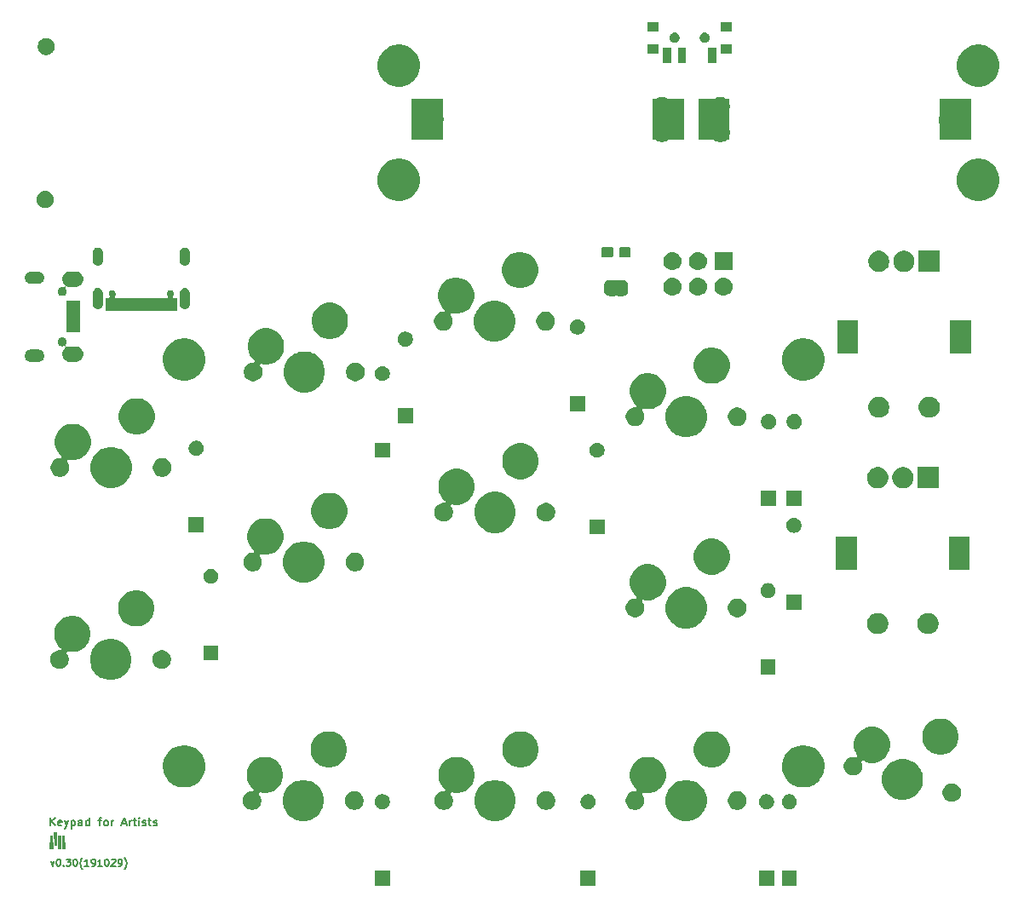
<source format=gts>
G04 #@! TF.GenerationSoftware,KiCad,Pcbnew,(5.1.4-0-10_14)*
G04 #@! TF.CreationDate,2019-10-30T12:24:41+09:00*
G04 #@! TF.ProjectId,nilgiri_hotswap,6e696c67-6972-4695-9f68-6f7473776170,rev?*
G04 #@! TF.SameCoordinates,Original*
G04 #@! TF.FileFunction,Soldermask,Top*
G04 #@! TF.FilePolarity,Negative*
%FSLAX46Y46*%
G04 Gerber Fmt 4.6, Leading zero omitted, Abs format (unit mm)*
G04 Created by KiCad (PCBNEW (5.1.4-0-10_14)) date 2019-10-30 12:24:41*
%MOMM*%
%LPD*%
G04 APERTURE LIST*
%ADD10C,0.150000*%
%ADD11C,0.100000*%
G04 APERTURE END LIST*
D10*
X89605500Y-120754000D02*
X89772166Y-121220666D01*
X89938833Y-120754000D01*
X90338833Y-120520666D02*
X90405500Y-120520666D01*
X90472166Y-120554000D01*
X90505500Y-120587333D01*
X90538833Y-120654000D01*
X90572166Y-120787333D01*
X90572166Y-120954000D01*
X90538833Y-121087333D01*
X90505500Y-121154000D01*
X90472166Y-121187333D01*
X90405500Y-121220666D01*
X90338833Y-121220666D01*
X90272166Y-121187333D01*
X90238833Y-121154000D01*
X90205500Y-121087333D01*
X90172166Y-120954000D01*
X90172166Y-120787333D01*
X90205500Y-120654000D01*
X90238833Y-120587333D01*
X90272166Y-120554000D01*
X90338833Y-120520666D01*
X90872166Y-121154000D02*
X90905500Y-121187333D01*
X90872166Y-121220666D01*
X90838833Y-121187333D01*
X90872166Y-121154000D01*
X90872166Y-121220666D01*
X91138833Y-120520666D02*
X91572166Y-120520666D01*
X91338833Y-120787333D01*
X91438833Y-120787333D01*
X91505500Y-120820666D01*
X91538833Y-120854000D01*
X91572166Y-120920666D01*
X91572166Y-121087333D01*
X91538833Y-121154000D01*
X91505500Y-121187333D01*
X91438833Y-121220666D01*
X91238833Y-121220666D01*
X91172166Y-121187333D01*
X91138833Y-121154000D01*
X92005500Y-120520666D02*
X92072166Y-120520666D01*
X92138833Y-120554000D01*
X92172166Y-120587333D01*
X92205500Y-120654000D01*
X92238833Y-120787333D01*
X92238833Y-120954000D01*
X92205500Y-121087333D01*
X92172166Y-121154000D01*
X92138833Y-121187333D01*
X92072166Y-121220666D01*
X92005500Y-121220666D01*
X91938833Y-121187333D01*
X91905500Y-121154000D01*
X91872166Y-121087333D01*
X91838833Y-120954000D01*
X91838833Y-120787333D01*
X91872166Y-120654000D01*
X91905500Y-120587333D01*
X91938833Y-120554000D01*
X92005500Y-120520666D01*
X92738833Y-121487333D02*
X92705500Y-121454000D01*
X92638833Y-121354000D01*
X92605500Y-121287333D01*
X92572166Y-121187333D01*
X92538833Y-121020666D01*
X92538833Y-120887333D01*
X92572166Y-120720666D01*
X92605500Y-120620666D01*
X92638833Y-120554000D01*
X92705500Y-120454000D01*
X92738833Y-120420666D01*
X93372166Y-121220666D02*
X92972166Y-121220666D01*
X93172166Y-121220666D02*
X93172166Y-120520666D01*
X93105500Y-120620666D01*
X93038833Y-120687333D01*
X92972166Y-120720666D01*
X93705500Y-121220666D02*
X93838833Y-121220666D01*
X93905500Y-121187333D01*
X93938833Y-121154000D01*
X94005500Y-121054000D01*
X94038833Y-120920666D01*
X94038833Y-120654000D01*
X94005500Y-120587333D01*
X93972166Y-120554000D01*
X93905500Y-120520666D01*
X93772166Y-120520666D01*
X93705500Y-120554000D01*
X93672166Y-120587333D01*
X93638833Y-120654000D01*
X93638833Y-120820666D01*
X93672166Y-120887333D01*
X93705500Y-120920666D01*
X93772166Y-120954000D01*
X93905500Y-120954000D01*
X93972166Y-120920666D01*
X94005500Y-120887333D01*
X94038833Y-120820666D01*
X94705500Y-121220666D02*
X94305500Y-121220666D01*
X94505500Y-121220666D02*
X94505500Y-120520666D01*
X94438833Y-120620666D01*
X94372166Y-120687333D01*
X94305500Y-120720666D01*
X95138833Y-120520666D02*
X95205500Y-120520666D01*
X95272166Y-120554000D01*
X95305500Y-120587333D01*
X95338833Y-120654000D01*
X95372166Y-120787333D01*
X95372166Y-120954000D01*
X95338833Y-121087333D01*
X95305500Y-121154000D01*
X95272166Y-121187333D01*
X95205500Y-121220666D01*
X95138833Y-121220666D01*
X95072166Y-121187333D01*
X95038833Y-121154000D01*
X95005500Y-121087333D01*
X94972166Y-120954000D01*
X94972166Y-120787333D01*
X95005500Y-120654000D01*
X95038833Y-120587333D01*
X95072166Y-120554000D01*
X95138833Y-120520666D01*
X95638833Y-120587333D02*
X95672166Y-120554000D01*
X95738833Y-120520666D01*
X95905500Y-120520666D01*
X95972166Y-120554000D01*
X96005500Y-120587333D01*
X96038833Y-120654000D01*
X96038833Y-120720666D01*
X96005500Y-120820666D01*
X95605500Y-121220666D01*
X96038833Y-121220666D01*
X96372166Y-121220666D02*
X96505500Y-121220666D01*
X96572166Y-121187333D01*
X96605500Y-121154000D01*
X96672166Y-121054000D01*
X96705500Y-120920666D01*
X96705500Y-120654000D01*
X96672166Y-120587333D01*
X96638833Y-120554000D01*
X96572166Y-120520666D01*
X96438833Y-120520666D01*
X96372166Y-120554000D01*
X96338833Y-120587333D01*
X96305500Y-120654000D01*
X96305500Y-120820666D01*
X96338833Y-120887333D01*
X96372166Y-120920666D01*
X96438833Y-120954000D01*
X96572166Y-120954000D01*
X96638833Y-120920666D01*
X96672166Y-120887333D01*
X96705500Y-120820666D01*
X96938833Y-121487333D02*
X96972166Y-121454000D01*
X97038833Y-121354000D01*
X97072166Y-121287333D01*
X97105500Y-121187333D01*
X97138833Y-121020666D01*
X97138833Y-120887333D01*
X97105500Y-120720666D01*
X97072166Y-120620666D01*
X97038833Y-120554000D01*
X96972166Y-120454000D01*
X96938833Y-120420666D01*
X89568976Y-117201904D02*
X89568976Y-116401904D01*
X90026119Y-117201904D02*
X89683261Y-116744761D01*
X90026119Y-116401904D02*
X89568976Y-116859047D01*
X90673738Y-117163809D02*
X90597547Y-117201904D01*
X90445166Y-117201904D01*
X90368976Y-117163809D01*
X90330880Y-117087619D01*
X90330880Y-116782857D01*
X90368976Y-116706666D01*
X90445166Y-116668571D01*
X90597547Y-116668571D01*
X90673738Y-116706666D01*
X90711833Y-116782857D01*
X90711833Y-116859047D01*
X90330880Y-116935238D01*
X90978500Y-116668571D02*
X91168976Y-117201904D01*
X91359452Y-116668571D02*
X91168976Y-117201904D01*
X91092785Y-117392380D01*
X91054690Y-117430476D01*
X90978500Y-117468571D01*
X91664214Y-116668571D02*
X91664214Y-117468571D01*
X91664214Y-116706666D02*
X91740404Y-116668571D01*
X91892785Y-116668571D01*
X91968976Y-116706666D01*
X92007071Y-116744761D01*
X92045166Y-116820952D01*
X92045166Y-117049523D01*
X92007071Y-117125714D01*
X91968976Y-117163809D01*
X91892785Y-117201904D01*
X91740404Y-117201904D01*
X91664214Y-117163809D01*
X92730880Y-117201904D02*
X92730880Y-116782857D01*
X92692785Y-116706666D01*
X92616595Y-116668571D01*
X92464214Y-116668571D01*
X92388023Y-116706666D01*
X92730880Y-117163809D02*
X92654690Y-117201904D01*
X92464214Y-117201904D01*
X92388023Y-117163809D01*
X92349928Y-117087619D01*
X92349928Y-117011428D01*
X92388023Y-116935238D01*
X92464214Y-116897142D01*
X92654690Y-116897142D01*
X92730880Y-116859047D01*
X93454690Y-117201904D02*
X93454690Y-116401904D01*
X93454690Y-117163809D02*
X93378500Y-117201904D01*
X93226119Y-117201904D01*
X93149928Y-117163809D01*
X93111833Y-117125714D01*
X93073738Y-117049523D01*
X93073738Y-116820952D01*
X93111833Y-116744761D01*
X93149928Y-116706666D01*
X93226119Y-116668571D01*
X93378500Y-116668571D01*
X93454690Y-116706666D01*
X94330880Y-116668571D02*
X94635642Y-116668571D01*
X94445166Y-117201904D02*
X94445166Y-116516190D01*
X94483261Y-116440000D01*
X94559452Y-116401904D01*
X94635642Y-116401904D01*
X95016595Y-117201904D02*
X94940404Y-117163809D01*
X94902309Y-117125714D01*
X94864214Y-117049523D01*
X94864214Y-116820952D01*
X94902309Y-116744761D01*
X94940404Y-116706666D01*
X95016595Y-116668571D01*
X95130880Y-116668571D01*
X95207071Y-116706666D01*
X95245166Y-116744761D01*
X95283261Y-116820952D01*
X95283261Y-117049523D01*
X95245166Y-117125714D01*
X95207071Y-117163809D01*
X95130880Y-117201904D01*
X95016595Y-117201904D01*
X95626119Y-117201904D02*
X95626119Y-116668571D01*
X95626119Y-116820952D02*
X95664214Y-116744761D01*
X95702309Y-116706666D01*
X95778500Y-116668571D01*
X95854690Y-116668571D01*
X96692785Y-116973333D02*
X97073738Y-116973333D01*
X96616595Y-117201904D02*
X96883261Y-116401904D01*
X97149928Y-117201904D01*
X97416595Y-117201904D02*
X97416595Y-116668571D01*
X97416595Y-116820952D02*
X97454690Y-116744761D01*
X97492785Y-116706666D01*
X97568976Y-116668571D01*
X97645166Y-116668571D01*
X97797547Y-116668571D02*
X98102309Y-116668571D01*
X97911833Y-116401904D02*
X97911833Y-117087619D01*
X97949928Y-117163809D01*
X98026119Y-117201904D01*
X98102309Y-117201904D01*
X98368976Y-117201904D02*
X98368976Y-116668571D01*
X98368976Y-116401904D02*
X98330880Y-116440000D01*
X98368976Y-116478095D01*
X98407071Y-116440000D01*
X98368976Y-116401904D01*
X98368976Y-116478095D01*
X98711833Y-117163809D02*
X98788023Y-117201904D01*
X98940404Y-117201904D01*
X99016595Y-117163809D01*
X99054690Y-117087619D01*
X99054690Y-117049523D01*
X99016595Y-116973333D01*
X98940404Y-116935238D01*
X98826119Y-116935238D01*
X98749928Y-116897142D01*
X98711833Y-116820952D01*
X98711833Y-116782857D01*
X98749928Y-116706666D01*
X98826119Y-116668571D01*
X98940404Y-116668571D01*
X99016595Y-116706666D01*
X99283261Y-116668571D02*
X99588023Y-116668571D01*
X99397547Y-116401904D02*
X99397547Y-117087619D01*
X99435642Y-117163809D01*
X99511833Y-117201904D01*
X99588023Y-117201904D01*
X99816595Y-117163809D02*
X99892785Y-117201904D01*
X100045166Y-117201904D01*
X100121357Y-117163809D01*
X100159452Y-117087619D01*
X100159452Y-117049523D01*
X100121357Y-116973333D01*
X100045166Y-116935238D01*
X99930880Y-116935238D01*
X99854690Y-116897142D01*
X99816595Y-116820952D01*
X99816595Y-116782857D01*
X99854690Y-116706666D01*
X99930880Y-116668571D01*
X100045166Y-116668571D01*
X100121357Y-116706666D01*
D11*
G36*
X90754236Y-118159795D02*
G01*
X91017562Y-118159795D01*
X91101782Y-119508588D01*
X90754236Y-119508588D01*
X90754236Y-118159795D01*
G37*
G36*
X90355606Y-118159795D02*
G01*
X90627826Y-118159795D01*
X90627826Y-119508588D01*
X90355606Y-119508588D01*
X90355606Y-118159795D01*
G37*
G36*
X89923768Y-117822551D02*
G01*
X90251153Y-117822551D01*
X90251153Y-119171253D01*
X90007805Y-119171253D01*
X89923768Y-117822551D01*
G37*
G36*
X89573840Y-118159789D02*
G01*
X89824467Y-118159789D01*
X89908503Y-119508570D01*
X89489623Y-119508570D01*
X89573840Y-118159789D01*
G37*
G36*
X163749500Y-123184500D02*
G01*
X162250500Y-123184500D01*
X162250500Y-121685500D01*
X163749500Y-121685500D01*
X163749500Y-123184500D01*
X163749500Y-123184500D01*
G37*
G36*
X161499500Y-123184500D02*
G01*
X160000500Y-123184500D01*
X160000500Y-121685500D01*
X161499500Y-121685500D01*
X161499500Y-123184500D01*
X161499500Y-123184500D01*
G37*
G36*
X143751500Y-123184500D02*
G01*
X142252500Y-123184500D01*
X142252500Y-121685500D01*
X143751500Y-121685500D01*
X143751500Y-123184500D01*
X143751500Y-123184500D01*
G37*
G36*
X123304500Y-123177500D02*
G01*
X121805500Y-123177500D01*
X121805500Y-121678500D01*
X123304500Y-121678500D01*
X123304500Y-123177500D01*
X123304500Y-123177500D01*
G37*
G36*
X153346474Y-112733684D02*
G01*
X153509969Y-112801406D01*
X153718623Y-112887833D01*
X154053548Y-113111623D01*
X154338377Y-113396452D01*
X154562167Y-113731377D01*
X154594562Y-113809586D01*
X154716316Y-114103526D01*
X154794900Y-114498594D01*
X154794900Y-114901406D01*
X154716316Y-115296474D01*
X154665451Y-115419272D01*
X154562167Y-115668623D01*
X154338377Y-116003548D01*
X154053548Y-116288377D01*
X153718623Y-116512167D01*
X153564474Y-116576017D01*
X153346474Y-116666316D01*
X152951406Y-116744900D01*
X152548594Y-116744900D01*
X152153526Y-116666316D01*
X151935526Y-116576017D01*
X151781377Y-116512167D01*
X151446452Y-116288377D01*
X151161623Y-116003548D01*
X150937833Y-115668623D01*
X150834549Y-115419272D01*
X150783684Y-115296474D01*
X150705100Y-114901406D01*
X150705100Y-114498594D01*
X150783684Y-114103526D01*
X150905438Y-113809586D01*
X150937833Y-113731377D01*
X151161623Y-113396452D01*
X151446452Y-113111623D01*
X151781377Y-112887833D01*
X151990031Y-112801406D01*
X152153526Y-112733684D01*
X152548594Y-112655100D01*
X152951406Y-112655100D01*
X153346474Y-112733684D01*
X153346474Y-112733684D01*
G37*
G36*
X134346474Y-112733684D02*
G01*
X134509969Y-112801406D01*
X134718623Y-112887833D01*
X135053548Y-113111623D01*
X135338377Y-113396452D01*
X135562167Y-113731377D01*
X135594562Y-113809586D01*
X135716316Y-114103526D01*
X135794900Y-114498594D01*
X135794900Y-114901406D01*
X135716316Y-115296474D01*
X135665451Y-115419272D01*
X135562167Y-115668623D01*
X135338377Y-116003548D01*
X135053548Y-116288377D01*
X134718623Y-116512167D01*
X134564474Y-116576017D01*
X134346474Y-116666316D01*
X133951406Y-116744900D01*
X133548594Y-116744900D01*
X133153526Y-116666316D01*
X132935526Y-116576017D01*
X132781377Y-116512167D01*
X132446452Y-116288377D01*
X132161623Y-116003548D01*
X131937833Y-115668623D01*
X131834549Y-115419272D01*
X131783684Y-115296474D01*
X131705100Y-114901406D01*
X131705100Y-114498594D01*
X131783684Y-114103526D01*
X131905438Y-113809586D01*
X131937833Y-113731377D01*
X132161623Y-113396452D01*
X132446452Y-113111623D01*
X132781377Y-112887833D01*
X132990031Y-112801406D01*
X133153526Y-112733684D01*
X133548594Y-112655100D01*
X133951406Y-112655100D01*
X134346474Y-112733684D01*
X134346474Y-112733684D01*
G37*
G36*
X115296474Y-112733684D02*
G01*
X115459969Y-112801406D01*
X115668623Y-112887833D01*
X116003548Y-113111623D01*
X116288377Y-113396452D01*
X116512167Y-113731377D01*
X116544562Y-113809586D01*
X116666316Y-114103526D01*
X116744900Y-114498594D01*
X116744900Y-114901406D01*
X116666316Y-115296474D01*
X116615451Y-115419272D01*
X116512167Y-115668623D01*
X116288377Y-116003548D01*
X116003548Y-116288377D01*
X115668623Y-116512167D01*
X115514474Y-116576017D01*
X115296474Y-116666316D01*
X114901406Y-116744900D01*
X114498594Y-116744900D01*
X114103526Y-116666316D01*
X113885526Y-116576017D01*
X113731377Y-116512167D01*
X113396452Y-116288377D01*
X113111623Y-116003548D01*
X112887833Y-115668623D01*
X112784549Y-115419272D01*
X112733684Y-115296474D01*
X112655100Y-114901406D01*
X112655100Y-114498594D01*
X112733684Y-114103526D01*
X112855438Y-113809586D01*
X112887833Y-113731377D01*
X113111623Y-113396452D01*
X113396452Y-113111623D01*
X113731377Y-112887833D01*
X113940031Y-112801406D01*
X114103526Y-112733684D01*
X114498594Y-112655100D01*
X114901406Y-112655100D01*
X115296474Y-112733684D01*
X115296474Y-112733684D01*
G37*
G36*
X158100104Y-113809585D02*
G01*
X158268626Y-113879389D01*
X158420291Y-113980728D01*
X158549272Y-114109709D01*
X158650611Y-114261374D01*
X158720415Y-114429896D01*
X158756000Y-114608797D01*
X158756000Y-114791203D01*
X158720415Y-114970104D01*
X158650611Y-115138626D01*
X158549272Y-115290291D01*
X158420291Y-115419272D01*
X158268626Y-115520611D01*
X158100104Y-115590415D01*
X157921203Y-115626000D01*
X157738797Y-115626000D01*
X157559896Y-115590415D01*
X157391374Y-115520611D01*
X157239709Y-115419272D01*
X157110728Y-115290291D01*
X157009389Y-115138626D01*
X156939585Y-114970104D01*
X156904000Y-114791203D01*
X156904000Y-114608797D01*
X156939585Y-114429896D01*
X157009389Y-114261374D01*
X157110728Y-114109709D01*
X157239709Y-113980728D01*
X157391374Y-113879389D01*
X157559896Y-113809585D01*
X157738797Y-113774000D01*
X157921203Y-113774000D01*
X158100104Y-113809585D01*
X158100104Y-113809585D01*
G37*
G36*
X149465331Y-110428211D02*
G01*
X149793092Y-110563974D01*
X150088070Y-110761072D01*
X150338928Y-111011930D01*
X150536026Y-111306908D01*
X150671789Y-111634669D01*
X150741000Y-111982616D01*
X150741000Y-112337384D01*
X150671789Y-112685331D01*
X150536026Y-113013092D01*
X150338928Y-113308070D01*
X150088070Y-113558928D01*
X149793092Y-113756026D01*
X149465331Y-113891789D01*
X149117384Y-113961000D01*
X148762616Y-113961000D01*
X148513425Y-113911433D01*
X148489039Y-113909031D01*
X148464653Y-113911433D01*
X148441204Y-113918546D01*
X148419593Y-113930097D01*
X148400651Y-113945642D01*
X148385106Y-113964584D01*
X148373555Y-113986195D01*
X148366442Y-114009644D01*
X148364040Y-114034030D01*
X148366442Y-114058416D01*
X148373555Y-114081865D01*
X148385106Y-114103476D01*
X148389268Y-114109705D01*
X148389272Y-114109709D01*
X148490611Y-114261374D01*
X148560415Y-114429896D01*
X148596000Y-114608797D01*
X148596000Y-114791203D01*
X148560415Y-114970104D01*
X148490611Y-115138626D01*
X148389272Y-115290291D01*
X148260291Y-115419272D01*
X148108626Y-115520611D01*
X147940104Y-115590415D01*
X147761203Y-115626000D01*
X147578797Y-115626000D01*
X147399896Y-115590415D01*
X147231374Y-115520611D01*
X147079709Y-115419272D01*
X146950728Y-115290291D01*
X146849389Y-115138626D01*
X146779585Y-114970104D01*
X146744000Y-114791203D01*
X146744000Y-114608797D01*
X146779585Y-114429896D01*
X146849389Y-114261374D01*
X146950728Y-114109709D01*
X147079709Y-113980728D01*
X147231374Y-113879389D01*
X147399896Y-113809585D01*
X147578797Y-113774000D01*
X147705227Y-113774000D01*
X147729613Y-113771598D01*
X147753062Y-113764485D01*
X147774673Y-113752934D01*
X147793615Y-113737389D01*
X147809160Y-113718447D01*
X147820711Y-113696836D01*
X147827824Y-113673387D01*
X147830226Y-113649001D01*
X147827824Y-113624615D01*
X147820711Y-113601166D01*
X147809160Y-113579555D01*
X147793615Y-113560613D01*
X147541072Y-113308070D01*
X147343974Y-113013092D01*
X147208211Y-112685331D01*
X147139000Y-112337384D01*
X147139000Y-111982616D01*
X147208211Y-111634669D01*
X147343974Y-111306908D01*
X147541072Y-111011930D01*
X147791930Y-110761072D01*
X148086908Y-110563974D01*
X148414669Y-110428211D01*
X148762616Y-110359000D01*
X149117384Y-110359000D01*
X149465331Y-110428211D01*
X149465331Y-110428211D01*
G37*
G36*
X139100104Y-113809585D02*
G01*
X139268626Y-113879389D01*
X139420291Y-113980728D01*
X139549272Y-114109709D01*
X139650611Y-114261374D01*
X139720415Y-114429896D01*
X139756000Y-114608797D01*
X139756000Y-114791203D01*
X139720415Y-114970104D01*
X139650611Y-115138626D01*
X139549272Y-115290291D01*
X139420291Y-115419272D01*
X139268626Y-115520611D01*
X139100104Y-115590415D01*
X138921203Y-115626000D01*
X138738797Y-115626000D01*
X138559896Y-115590415D01*
X138391374Y-115520611D01*
X138239709Y-115419272D01*
X138110728Y-115290291D01*
X138009389Y-115138626D01*
X137939585Y-114970104D01*
X137904000Y-114791203D01*
X137904000Y-114608797D01*
X137939585Y-114429896D01*
X138009389Y-114261374D01*
X138110728Y-114109709D01*
X138239709Y-113980728D01*
X138391374Y-113879389D01*
X138559896Y-113809585D01*
X138738797Y-113774000D01*
X138921203Y-113774000D01*
X139100104Y-113809585D01*
X139100104Y-113809585D01*
G37*
G36*
X130465331Y-110428211D02*
G01*
X130793092Y-110563974D01*
X131088070Y-110761072D01*
X131338928Y-111011930D01*
X131536026Y-111306908D01*
X131671789Y-111634669D01*
X131741000Y-111982616D01*
X131741000Y-112337384D01*
X131671789Y-112685331D01*
X131536026Y-113013092D01*
X131338928Y-113308070D01*
X131088070Y-113558928D01*
X130793092Y-113756026D01*
X130465331Y-113891789D01*
X130117384Y-113961000D01*
X129762616Y-113961000D01*
X129513425Y-113911433D01*
X129489039Y-113909031D01*
X129464653Y-113911433D01*
X129441204Y-113918546D01*
X129419593Y-113930097D01*
X129400651Y-113945642D01*
X129385106Y-113964584D01*
X129373555Y-113986195D01*
X129366442Y-114009644D01*
X129364040Y-114034030D01*
X129366442Y-114058416D01*
X129373555Y-114081865D01*
X129385106Y-114103476D01*
X129389268Y-114109705D01*
X129389272Y-114109709D01*
X129490611Y-114261374D01*
X129560415Y-114429896D01*
X129596000Y-114608797D01*
X129596000Y-114791203D01*
X129560415Y-114970104D01*
X129490611Y-115138626D01*
X129389272Y-115290291D01*
X129260291Y-115419272D01*
X129108626Y-115520611D01*
X128940104Y-115590415D01*
X128761203Y-115626000D01*
X128578797Y-115626000D01*
X128399896Y-115590415D01*
X128231374Y-115520611D01*
X128079709Y-115419272D01*
X127950728Y-115290291D01*
X127849389Y-115138626D01*
X127779585Y-114970104D01*
X127744000Y-114791203D01*
X127744000Y-114608797D01*
X127779585Y-114429896D01*
X127849389Y-114261374D01*
X127950728Y-114109709D01*
X128079709Y-113980728D01*
X128231374Y-113879389D01*
X128399896Y-113809585D01*
X128578797Y-113774000D01*
X128705227Y-113774000D01*
X128729613Y-113771598D01*
X128753062Y-113764485D01*
X128774673Y-113752934D01*
X128793615Y-113737389D01*
X128809160Y-113718447D01*
X128820711Y-113696836D01*
X128827824Y-113673387D01*
X128830226Y-113649001D01*
X128827824Y-113624615D01*
X128820711Y-113601166D01*
X128809160Y-113579555D01*
X128793615Y-113560613D01*
X128541072Y-113308070D01*
X128343974Y-113013092D01*
X128208211Y-112685331D01*
X128139000Y-112337384D01*
X128139000Y-111982616D01*
X128208211Y-111634669D01*
X128343974Y-111306908D01*
X128541072Y-111011930D01*
X128791930Y-110761072D01*
X129086908Y-110563974D01*
X129414669Y-110428211D01*
X129762616Y-110359000D01*
X130117384Y-110359000D01*
X130465331Y-110428211D01*
X130465331Y-110428211D01*
G37*
G36*
X120050104Y-113809585D02*
G01*
X120218626Y-113879389D01*
X120370291Y-113980728D01*
X120499272Y-114109709D01*
X120600611Y-114261374D01*
X120670415Y-114429896D01*
X120706000Y-114608797D01*
X120706000Y-114791203D01*
X120670415Y-114970104D01*
X120600611Y-115138626D01*
X120499272Y-115290291D01*
X120370291Y-115419272D01*
X120218626Y-115520611D01*
X120050104Y-115590415D01*
X119871203Y-115626000D01*
X119688797Y-115626000D01*
X119509896Y-115590415D01*
X119341374Y-115520611D01*
X119189709Y-115419272D01*
X119060728Y-115290291D01*
X118959389Y-115138626D01*
X118889585Y-114970104D01*
X118854000Y-114791203D01*
X118854000Y-114608797D01*
X118889585Y-114429896D01*
X118959389Y-114261374D01*
X119060728Y-114109709D01*
X119189709Y-113980728D01*
X119341374Y-113879389D01*
X119509896Y-113809585D01*
X119688797Y-113774000D01*
X119871203Y-113774000D01*
X120050104Y-113809585D01*
X120050104Y-113809585D01*
G37*
G36*
X111415331Y-110428211D02*
G01*
X111743092Y-110563974D01*
X112038070Y-110761072D01*
X112288928Y-111011930D01*
X112486026Y-111306908D01*
X112621789Y-111634669D01*
X112691000Y-111982616D01*
X112691000Y-112337384D01*
X112621789Y-112685331D01*
X112486026Y-113013092D01*
X112288928Y-113308070D01*
X112038070Y-113558928D01*
X111743092Y-113756026D01*
X111415331Y-113891789D01*
X111067384Y-113961000D01*
X110712616Y-113961000D01*
X110463425Y-113911433D01*
X110439039Y-113909031D01*
X110414653Y-113911433D01*
X110391204Y-113918546D01*
X110369593Y-113930097D01*
X110350651Y-113945642D01*
X110335106Y-113964584D01*
X110323555Y-113986195D01*
X110316442Y-114009644D01*
X110314040Y-114034030D01*
X110316442Y-114058416D01*
X110323555Y-114081865D01*
X110335106Y-114103476D01*
X110339268Y-114109705D01*
X110339272Y-114109709D01*
X110440611Y-114261374D01*
X110510415Y-114429896D01*
X110546000Y-114608797D01*
X110546000Y-114791203D01*
X110510415Y-114970104D01*
X110440611Y-115138626D01*
X110339272Y-115290291D01*
X110210291Y-115419272D01*
X110058626Y-115520611D01*
X109890104Y-115590415D01*
X109711203Y-115626000D01*
X109528797Y-115626000D01*
X109349896Y-115590415D01*
X109181374Y-115520611D01*
X109029709Y-115419272D01*
X108900728Y-115290291D01*
X108799389Y-115138626D01*
X108729585Y-114970104D01*
X108694000Y-114791203D01*
X108694000Y-114608797D01*
X108729585Y-114429896D01*
X108799389Y-114261374D01*
X108900728Y-114109709D01*
X109029709Y-113980728D01*
X109181374Y-113879389D01*
X109349896Y-113809585D01*
X109528797Y-113774000D01*
X109655227Y-113774000D01*
X109679613Y-113771598D01*
X109703062Y-113764485D01*
X109724673Y-113752934D01*
X109743615Y-113737389D01*
X109759160Y-113718447D01*
X109770711Y-113696836D01*
X109777824Y-113673387D01*
X109780226Y-113649001D01*
X109777824Y-113624615D01*
X109770711Y-113601166D01*
X109759160Y-113579555D01*
X109743615Y-113560613D01*
X109491072Y-113308070D01*
X109293974Y-113013092D01*
X109158211Y-112685331D01*
X109089000Y-112337384D01*
X109089000Y-111982616D01*
X109158211Y-111634669D01*
X109293974Y-111306908D01*
X109491072Y-111011930D01*
X109741930Y-110761072D01*
X110036908Y-110563974D01*
X110364669Y-110428211D01*
X110712616Y-110359000D01*
X111067384Y-110359000D01*
X111415331Y-110428211D01*
X111415331Y-110428211D01*
G37*
G36*
X143096425Y-114069599D02*
G01*
X143220621Y-114094302D01*
X143357022Y-114150801D01*
X143479779Y-114232825D01*
X143584175Y-114337221D01*
X143666199Y-114459978D01*
X143722698Y-114596379D01*
X143747401Y-114720575D01*
X143750108Y-114734180D01*
X143751500Y-114741181D01*
X143751500Y-114888819D01*
X143722698Y-115033621D01*
X143666199Y-115170022D01*
X143584175Y-115292779D01*
X143479779Y-115397175D01*
X143357022Y-115479199D01*
X143220621Y-115535698D01*
X143111011Y-115557500D01*
X143075820Y-115564500D01*
X142928180Y-115564500D01*
X142892989Y-115557500D01*
X142783379Y-115535698D01*
X142646978Y-115479199D01*
X142524221Y-115397175D01*
X142419825Y-115292779D01*
X142337801Y-115170022D01*
X142281302Y-115033621D01*
X142252500Y-114888819D01*
X142252500Y-114741181D01*
X142253893Y-114734180D01*
X142256599Y-114720575D01*
X142281302Y-114596379D01*
X142337801Y-114459978D01*
X142419825Y-114337221D01*
X142524221Y-114232825D01*
X142646978Y-114150801D01*
X142783379Y-114094302D01*
X142907575Y-114069599D01*
X142928180Y-114065500D01*
X143075820Y-114065500D01*
X143096425Y-114069599D01*
X143096425Y-114069599D01*
G37*
G36*
X163094425Y-114069599D02*
G01*
X163218621Y-114094302D01*
X163355022Y-114150801D01*
X163477779Y-114232825D01*
X163582175Y-114337221D01*
X163664199Y-114459978D01*
X163720698Y-114596379D01*
X163745401Y-114720575D01*
X163748108Y-114734180D01*
X163749500Y-114741181D01*
X163749500Y-114888819D01*
X163720698Y-115033621D01*
X163664199Y-115170022D01*
X163582175Y-115292779D01*
X163477779Y-115397175D01*
X163355022Y-115479199D01*
X163218621Y-115535698D01*
X163109011Y-115557500D01*
X163073820Y-115564500D01*
X162926180Y-115564500D01*
X162890989Y-115557500D01*
X162781379Y-115535698D01*
X162644978Y-115479199D01*
X162522221Y-115397175D01*
X162417825Y-115292779D01*
X162335801Y-115170022D01*
X162279302Y-115033621D01*
X162250500Y-114888819D01*
X162250500Y-114741181D01*
X162251893Y-114734180D01*
X162254599Y-114720575D01*
X162279302Y-114596379D01*
X162335801Y-114459978D01*
X162417825Y-114337221D01*
X162522221Y-114232825D01*
X162644978Y-114150801D01*
X162781379Y-114094302D01*
X162905575Y-114069599D01*
X162926180Y-114065500D01*
X163073820Y-114065500D01*
X163094425Y-114069599D01*
X163094425Y-114069599D01*
G37*
G36*
X160844425Y-114069599D02*
G01*
X160968621Y-114094302D01*
X161105022Y-114150801D01*
X161227779Y-114232825D01*
X161332175Y-114337221D01*
X161414199Y-114459978D01*
X161470698Y-114596379D01*
X161495401Y-114720575D01*
X161498108Y-114734180D01*
X161499500Y-114741181D01*
X161499500Y-114888819D01*
X161470698Y-115033621D01*
X161414199Y-115170022D01*
X161332175Y-115292779D01*
X161227779Y-115397175D01*
X161105022Y-115479199D01*
X160968621Y-115535698D01*
X160859011Y-115557500D01*
X160823820Y-115564500D01*
X160676180Y-115564500D01*
X160640989Y-115557500D01*
X160531379Y-115535698D01*
X160394978Y-115479199D01*
X160272221Y-115397175D01*
X160167825Y-115292779D01*
X160085801Y-115170022D01*
X160029302Y-115033621D01*
X160000500Y-114888819D01*
X160000500Y-114741181D01*
X160001893Y-114734180D01*
X160004599Y-114720575D01*
X160029302Y-114596379D01*
X160085801Y-114459978D01*
X160167825Y-114337221D01*
X160272221Y-114232825D01*
X160394978Y-114150801D01*
X160531379Y-114094302D01*
X160655575Y-114069599D01*
X160676180Y-114065500D01*
X160823820Y-114065500D01*
X160844425Y-114069599D01*
X160844425Y-114069599D01*
G37*
G36*
X122649425Y-114062599D02*
G01*
X122773621Y-114087302D01*
X122910022Y-114143801D01*
X123032779Y-114225825D01*
X123137175Y-114330221D01*
X123219199Y-114452978D01*
X123275698Y-114589379D01*
X123286741Y-114644900D01*
X123304500Y-114734180D01*
X123304500Y-114881820D01*
X123300604Y-114901405D01*
X123275698Y-115026621D01*
X123219199Y-115163022D01*
X123137175Y-115285779D01*
X123032779Y-115390175D01*
X122910022Y-115472199D01*
X122773621Y-115528698D01*
X122649425Y-115553401D01*
X122628820Y-115557500D01*
X122481180Y-115557500D01*
X122460575Y-115553401D01*
X122336379Y-115528698D01*
X122199978Y-115472199D01*
X122077221Y-115390175D01*
X121972825Y-115285779D01*
X121890801Y-115163022D01*
X121834302Y-115026621D01*
X121809396Y-114901405D01*
X121805500Y-114881820D01*
X121805500Y-114734180D01*
X121823259Y-114644900D01*
X121834302Y-114589379D01*
X121890801Y-114452978D01*
X121972825Y-114330221D01*
X122077221Y-114225825D01*
X122199978Y-114143801D01*
X122336379Y-114087302D01*
X122460575Y-114062599D01*
X122481180Y-114058500D01*
X122628820Y-114058500D01*
X122649425Y-114062599D01*
X122649425Y-114062599D01*
G37*
G36*
X179427007Y-113024386D02*
G01*
X179595529Y-113094190D01*
X179747194Y-113195529D01*
X179876175Y-113324510D01*
X179977514Y-113476175D01*
X180047318Y-113644697D01*
X180082903Y-113823598D01*
X180082903Y-114006004D01*
X180047318Y-114184905D01*
X179977514Y-114353427D01*
X179876175Y-114505092D01*
X179747194Y-114634073D01*
X179595529Y-114735412D01*
X179427007Y-114805216D01*
X179248106Y-114840801D01*
X179065700Y-114840801D01*
X178886799Y-114805216D01*
X178718277Y-114735412D01*
X178566612Y-114634073D01*
X178437631Y-114505092D01*
X178336292Y-114353427D01*
X178266488Y-114184905D01*
X178230903Y-114006004D01*
X178230903Y-113823598D01*
X178266488Y-113644697D01*
X178336292Y-113476175D01*
X178437631Y-113324510D01*
X178566612Y-113195529D01*
X178718277Y-113094190D01*
X178886799Y-113024386D01*
X179065700Y-112988801D01*
X179248106Y-112988801D01*
X179427007Y-113024386D01*
X179427007Y-113024386D01*
G37*
G36*
X174846474Y-110633684D02*
G01*
X174994284Y-110694909D01*
X175218623Y-110787833D01*
X175553548Y-111011623D01*
X175838377Y-111296452D01*
X176062167Y-111631377D01*
X176100460Y-111723825D01*
X176216316Y-112003526D01*
X176294900Y-112398594D01*
X176294900Y-112801406D01*
X176216316Y-113196474D01*
X176163281Y-113324511D01*
X176062167Y-113568623D01*
X175838377Y-113903548D01*
X175553548Y-114188377D01*
X175218623Y-114412167D01*
X175103196Y-114459978D01*
X174846474Y-114566316D01*
X174451406Y-114644900D01*
X174048594Y-114644900D01*
X173653526Y-114566316D01*
X173396804Y-114459978D01*
X173281377Y-114412167D01*
X172946452Y-114188377D01*
X172661623Y-113903548D01*
X172437833Y-113568623D01*
X172336719Y-113324511D01*
X172283684Y-113196474D01*
X172205100Y-112801406D01*
X172205100Y-112398594D01*
X172283684Y-112003526D01*
X172399540Y-111723825D01*
X172437833Y-111631377D01*
X172661623Y-111296452D01*
X172946452Y-111011623D01*
X173281377Y-110787833D01*
X173505716Y-110694909D01*
X173653526Y-110633684D01*
X174048594Y-110555100D01*
X174451406Y-110555100D01*
X174846474Y-110633684D01*
X174846474Y-110633684D01*
G37*
G36*
X164866336Y-109255627D02*
G01*
X165001639Y-109282540D01*
X165383997Y-109440918D01*
X165470275Y-109498567D01*
X165728109Y-109670846D01*
X166020754Y-109963491D01*
X166054196Y-110013541D01*
X166198815Y-110229978D01*
X166250683Y-110307605D01*
X166267108Y-110347259D01*
X166409060Y-110689961D01*
X166420002Y-110744972D01*
X166489800Y-111095868D01*
X166489800Y-111509732D01*
X166464948Y-111634669D01*
X166409060Y-111915639D01*
X166250682Y-112297997D01*
X166134938Y-112471220D01*
X166020754Y-112642109D01*
X165728109Y-112934754D01*
X165610866Y-113013093D01*
X165383997Y-113164682D01*
X165383996Y-113164683D01*
X165383995Y-113164683D01*
X165307242Y-113196475D01*
X165001639Y-113323060D01*
X164866336Y-113349973D01*
X164595732Y-113403800D01*
X164181868Y-113403800D01*
X163911264Y-113349973D01*
X163775961Y-113323060D01*
X163470358Y-113196475D01*
X163393605Y-113164683D01*
X163393604Y-113164683D01*
X163393603Y-113164682D01*
X163166734Y-113013093D01*
X163049491Y-112934754D01*
X162756846Y-112642109D01*
X162642662Y-112471220D01*
X162526918Y-112297997D01*
X162368540Y-111915639D01*
X162312652Y-111634669D01*
X162287800Y-111509732D01*
X162287800Y-111095868D01*
X162357598Y-110744972D01*
X162368540Y-110689961D01*
X162510492Y-110347259D01*
X162526917Y-110307605D01*
X162578786Y-110229978D01*
X162723404Y-110013541D01*
X162756846Y-109963491D01*
X163049491Y-109670846D01*
X163307325Y-109498567D01*
X163393603Y-109440918D01*
X163775961Y-109282540D01*
X163911264Y-109255627D01*
X164181868Y-109201800D01*
X164595732Y-109201800D01*
X164866336Y-109255627D01*
X164866336Y-109255627D01*
G37*
G36*
X103347536Y-109255627D02*
G01*
X103482839Y-109282540D01*
X103865197Y-109440918D01*
X103951475Y-109498567D01*
X104209309Y-109670846D01*
X104501954Y-109963491D01*
X104535396Y-110013541D01*
X104680015Y-110229978D01*
X104731883Y-110307605D01*
X104748308Y-110347259D01*
X104890260Y-110689961D01*
X104901202Y-110744972D01*
X104971000Y-111095868D01*
X104971000Y-111509732D01*
X104946148Y-111634669D01*
X104890260Y-111915639D01*
X104731882Y-112297997D01*
X104616138Y-112471220D01*
X104501954Y-112642109D01*
X104209309Y-112934754D01*
X104092066Y-113013093D01*
X103865197Y-113164682D01*
X103865196Y-113164683D01*
X103865195Y-113164683D01*
X103788442Y-113196475D01*
X103482839Y-113323060D01*
X103347536Y-113349973D01*
X103076932Y-113403800D01*
X102663068Y-113403800D01*
X102392464Y-113349973D01*
X102257161Y-113323060D01*
X101951558Y-113196475D01*
X101874805Y-113164683D01*
X101874804Y-113164683D01*
X101874803Y-113164682D01*
X101647934Y-113013093D01*
X101530691Y-112934754D01*
X101238046Y-112642109D01*
X101123862Y-112471220D01*
X101008118Y-112297997D01*
X100849740Y-111915639D01*
X100793852Y-111634669D01*
X100769000Y-111509732D01*
X100769000Y-111095868D01*
X100838798Y-110744972D01*
X100849740Y-110689961D01*
X100991692Y-110347259D01*
X101008117Y-110307605D01*
X101059986Y-110229978D01*
X101204604Y-110013541D01*
X101238046Y-109963491D01*
X101530691Y-109670846D01*
X101788525Y-109498567D01*
X101874803Y-109440918D01*
X102257161Y-109282540D01*
X102392464Y-109255627D01*
X102663068Y-109201800D01*
X103076932Y-109201800D01*
X103347536Y-109255627D01*
X103347536Y-109255627D01*
G37*
G36*
X171752554Y-107428659D02*
G01*
X172080315Y-107564422D01*
X172375293Y-107761520D01*
X172626151Y-108012378D01*
X172823249Y-108307356D01*
X172959012Y-108635117D01*
X173028223Y-108983064D01*
X173028223Y-109337832D01*
X172959012Y-109685779D01*
X172823249Y-110013540D01*
X172626151Y-110308518D01*
X172375293Y-110559376D01*
X172080315Y-110756474D01*
X171752554Y-110892237D01*
X171404607Y-110961448D01*
X171049839Y-110961448D01*
X170701892Y-110892237D01*
X170374050Y-110756441D01*
X170352584Y-110744968D01*
X170329134Y-110737856D01*
X170304748Y-110735455D01*
X170280362Y-110737858D01*
X170256913Y-110744972D01*
X170235303Y-110756524D01*
X170216362Y-110772071D01*
X170200818Y-110791013D01*
X170189268Y-110812624D01*
X170182156Y-110836074D01*
X170179755Y-110860460D01*
X170182158Y-110884846D01*
X170189266Y-110908275D01*
X170233512Y-111015095D01*
X170269097Y-111193996D01*
X170269097Y-111376402D01*
X170233512Y-111555303D01*
X170163708Y-111723825D01*
X170062369Y-111875490D01*
X169933388Y-112004471D01*
X169781723Y-112105810D01*
X169613201Y-112175614D01*
X169434300Y-112211199D01*
X169251894Y-112211199D01*
X169072993Y-112175614D01*
X168904471Y-112105810D01*
X168752806Y-112004471D01*
X168623825Y-111875490D01*
X168522486Y-111723825D01*
X168452682Y-111555303D01*
X168417097Y-111376402D01*
X168417097Y-111193996D01*
X168452682Y-111015095D01*
X168522486Y-110846573D01*
X168623825Y-110694908D01*
X168752806Y-110565927D01*
X168904471Y-110464588D01*
X169072993Y-110394784D01*
X169251894Y-110359199D01*
X169434300Y-110359199D01*
X169613201Y-110394784D01*
X169613208Y-110394787D01*
X169617014Y-110395544D01*
X169633057Y-110400410D01*
X169657443Y-110402812D01*
X169681829Y-110400410D01*
X169705278Y-110393297D01*
X169726889Y-110381746D01*
X169745831Y-110366201D01*
X169761376Y-110347259D01*
X169772927Y-110325648D01*
X169780040Y-110302199D01*
X169782442Y-110277813D01*
X169780040Y-110253427D01*
X169772927Y-110229978D01*
X169761376Y-110208367D01*
X169631197Y-110013540D01*
X169495434Y-109685779D01*
X169426223Y-109337832D01*
X169426223Y-108983064D01*
X169495434Y-108635117D01*
X169631197Y-108307356D01*
X169828295Y-108012378D01*
X170079153Y-107761520D01*
X170374131Y-107564422D01*
X170701892Y-107428659D01*
X171049839Y-107359448D01*
X171404607Y-107359448D01*
X171752554Y-107428659D01*
X171752554Y-107428659D01*
G37*
G36*
X155815331Y-107888211D02*
G01*
X156143092Y-108023974D01*
X156438070Y-108221072D01*
X156688928Y-108471930D01*
X156886026Y-108766908D01*
X157021789Y-109094669D01*
X157091000Y-109442616D01*
X157091000Y-109797384D01*
X157021789Y-110145331D01*
X156886026Y-110473092D01*
X156688928Y-110768070D01*
X156438070Y-111018928D01*
X156143092Y-111216026D01*
X155815331Y-111351789D01*
X155467384Y-111421000D01*
X155112616Y-111421000D01*
X154764669Y-111351789D01*
X154436908Y-111216026D01*
X154141930Y-111018928D01*
X153891072Y-110768070D01*
X153693974Y-110473092D01*
X153558211Y-110145331D01*
X153489000Y-109797384D01*
X153489000Y-109442616D01*
X153558211Y-109094669D01*
X153693974Y-108766908D01*
X153891072Y-108471930D01*
X154141930Y-108221072D01*
X154436908Y-108023974D01*
X154764669Y-107888211D01*
X155112616Y-107819000D01*
X155467384Y-107819000D01*
X155815331Y-107888211D01*
X155815331Y-107888211D01*
G37*
G36*
X136815331Y-107888211D02*
G01*
X137143092Y-108023974D01*
X137438070Y-108221072D01*
X137688928Y-108471930D01*
X137886026Y-108766908D01*
X138021789Y-109094669D01*
X138091000Y-109442616D01*
X138091000Y-109797384D01*
X138021789Y-110145331D01*
X137886026Y-110473092D01*
X137688928Y-110768070D01*
X137438070Y-111018928D01*
X137143092Y-111216026D01*
X136815331Y-111351789D01*
X136467384Y-111421000D01*
X136112616Y-111421000D01*
X135764669Y-111351789D01*
X135436908Y-111216026D01*
X135141930Y-111018928D01*
X134891072Y-110768070D01*
X134693974Y-110473092D01*
X134558211Y-110145331D01*
X134489000Y-109797384D01*
X134489000Y-109442616D01*
X134558211Y-109094669D01*
X134693974Y-108766908D01*
X134891072Y-108471930D01*
X135141930Y-108221072D01*
X135436908Y-108023974D01*
X135764669Y-107888211D01*
X136112616Y-107819000D01*
X136467384Y-107819000D01*
X136815331Y-107888211D01*
X136815331Y-107888211D01*
G37*
G36*
X117765331Y-107888211D02*
G01*
X118093092Y-108023974D01*
X118388070Y-108221072D01*
X118638928Y-108471930D01*
X118836026Y-108766908D01*
X118971789Y-109094669D01*
X119041000Y-109442616D01*
X119041000Y-109797384D01*
X118971789Y-110145331D01*
X118836026Y-110473092D01*
X118638928Y-110768070D01*
X118388070Y-111018928D01*
X118093092Y-111216026D01*
X117765331Y-111351789D01*
X117417384Y-111421000D01*
X117062616Y-111421000D01*
X116714669Y-111351789D01*
X116386908Y-111216026D01*
X116091930Y-111018928D01*
X115841072Y-110768070D01*
X115643974Y-110473092D01*
X115508211Y-110145331D01*
X115439000Y-109797384D01*
X115439000Y-109442616D01*
X115508211Y-109094669D01*
X115643974Y-108766908D01*
X115841072Y-108471930D01*
X116091930Y-108221072D01*
X116386908Y-108023974D01*
X116714669Y-107888211D01*
X117062616Y-107819000D01*
X117417384Y-107819000D01*
X117765331Y-107888211D01*
X117765331Y-107888211D01*
G37*
G36*
X178543583Y-106618708D02*
G01*
X178871344Y-106754471D01*
X179166322Y-106951569D01*
X179417180Y-107202427D01*
X179614278Y-107497405D01*
X179750041Y-107825166D01*
X179819252Y-108173113D01*
X179819252Y-108527881D01*
X179750041Y-108875828D01*
X179614278Y-109203589D01*
X179417180Y-109498567D01*
X179166322Y-109749425D01*
X178871344Y-109946523D01*
X178543583Y-110082286D01*
X178195636Y-110151497D01*
X177840868Y-110151497D01*
X177492921Y-110082286D01*
X177165160Y-109946523D01*
X176870182Y-109749425D01*
X176619324Y-109498567D01*
X176422226Y-109203589D01*
X176286463Y-108875828D01*
X176217252Y-108527881D01*
X176217252Y-108173113D01*
X176286463Y-107825166D01*
X176422226Y-107497405D01*
X176619324Y-107202427D01*
X176870182Y-106951569D01*
X177165160Y-106754471D01*
X177492921Y-106618708D01*
X177840868Y-106549497D01*
X178195636Y-106549497D01*
X178543583Y-106618708D01*
X178543583Y-106618708D01*
G37*
G36*
X96156474Y-98713684D02*
G01*
X96374474Y-98803983D01*
X96528623Y-98867833D01*
X96863548Y-99091623D01*
X97148377Y-99376452D01*
X97372167Y-99711377D01*
X97404562Y-99789586D01*
X97526316Y-100083526D01*
X97604900Y-100478594D01*
X97604900Y-100881406D01*
X97526316Y-101276474D01*
X97475451Y-101399272D01*
X97372167Y-101648623D01*
X97148377Y-101983548D01*
X96863548Y-102268377D01*
X96528623Y-102492167D01*
X96374474Y-102556017D01*
X96156474Y-102646316D01*
X95761406Y-102724900D01*
X95358594Y-102724900D01*
X94963526Y-102646316D01*
X94745526Y-102556017D01*
X94591377Y-102492167D01*
X94256452Y-102268377D01*
X93971623Y-101983548D01*
X93747833Y-101648623D01*
X93644549Y-101399272D01*
X93593684Y-101276474D01*
X93515100Y-100881406D01*
X93515100Y-100478594D01*
X93593684Y-100083526D01*
X93715438Y-99789586D01*
X93747833Y-99711377D01*
X93971623Y-99376452D01*
X94256452Y-99091623D01*
X94591377Y-98867833D01*
X94745526Y-98803983D01*
X94963526Y-98713684D01*
X95358594Y-98635100D01*
X95761406Y-98635100D01*
X96156474Y-98713684D01*
X96156474Y-98713684D01*
G37*
G36*
X161633100Y-102200100D02*
G01*
X160134100Y-102200100D01*
X160134100Y-100701100D01*
X161633100Y-100701100D01*
X161633100Y-102200100D01*
X161633100Y-102200100D01*
G37*
G36*
X100910104Y-99789585D02*
G01*
X101078626Y-99859389D01*
X101230291Y-99960728D01*
X101359272Y-100089709D01*
X101460611Y-100241374D01*
X101530415Y-100409896D01*
X101566000Y-100588797D01*
X101566000Y-100771203D01*
X101530415Y-100950104D01*
X101460611Y-101118626D01*
X101359272Y-101270291D01*
X101230291Y-101399272D01*
X101078626Y-101500611D01*
X100910104Y-101570415D01*
X100731203Y-101606000D01*
X100548797Y-101606000D01*
X100369896Y-101570415D01*
X100201374Y-101500611D01*
X100049709Y-101399272D01*
X99920728Y-101270291D01*
X99819389Y-101118626D01*
X99749585Y-100950104D01*
X99714000Y-100771203D01*
X99714000Y-100588797D01*
X99749585Y-100409896D01*
X99819389Y-100241374D01*
X99920728Y-100089709D01*
X100049709Y-99960728D01*
X100201374Y-99859389D01*
X100369896Y-99789585D01*
X100548797Y-99754000D01*
X100731203Y-99754000D01*
X100910104Y-99789585D01*
X100910104Y-99789585D01*
G37*
G36*
X92275331Y-96408211D02*
G01*
X92603092Y-96543974D01*
X92898070Y-96741072D01*
X93148928Y-96991930D01*
X93346026Y-97286908D01*
X93481789Y-97614669D01*
X93551000Y-97962616D01*
X93551000Y-98317384D01*
X93481789Y-98665331D01*
X93346026Y-98993092D01*
X93148928Y-99288070D01*
X92898070Y-99538928D01*
X92603092Y-99736026D01*
X92275331Y-99871789D01*
X91927384Y-99941000D01*
X91572616Y-99941000D01*
X91323425Y-99891433D01*
X91299039Y-99889031D01*
X91274653Y-99891433D01*
X91251204Y-99898546D01*
X91229593Y-99910097D01*
X91210651Y-99925642D01*
X91195106Y-99944584D01*
X91183555Y-99966195D01*
X91176442Y-99989644D01*
X91174040Y-100014030D01*
X91176442Y-100038416D01*
X91183555Y-100061865D01*
X91195106Y-100083476D01*
X91199268Y-100089705D01*
X91199272Y-100089709D01*
X91300611Y-100241374D01*
X91370415Y-100409896D01*
X91406000Y-100588797D01*
X91406000Y-100771203D01*
X91370415Y-100950104D01*
X91300611Y-101118626D01*
X91199272Y-101270291D01*
X91070291Y-101399272D01*
X90918626Y-101500611D01*
X90750104Y-101570415D01*
X90571203Y-101606000D01*
X90388797Y-101606000D01*
X90209896Y-101570415D01*
X90041374Y-101500611D01*
X89889709Y-101399272D01*
X89760728Y-101270291D01*
X89659389Y-101118626D01*
X89589585Y-100950104D01*
X89554000Y-100771203D01*
X89554000Y-100588797D01*
X89589585Y-100409896D01*
X89659389Y-100241374D01*
X89760728Y-100089709D01*
X89889709Y-99960728D01*
X90041374Y-99859389D01*
X90209896Y-99789585D01*
X90388797Y-99754000D01*
X90515227Y-99754000D01*
X90539613Y-99751598D01*
X90563062Y-99744485D01*
X90584673Y-99732934D01*
X90603615Y-99717389D01*
X90619160Y-99698447D01*
X90630711Y-99676836D01*
X90637824Y-99653387D01*
X90640226Y-99629001D01*
X90637824Y-99604615D01*
X90630711Y-99581166D01*
X90619160Y-99559555D01*
X90603615Y-99540613D01*
X90351072Y-99288070D01*
X90153974Y-98993092D01*
X90018211Y-98665331D01*
X89949000Y-98317384D01*
X89949000Y-97962616D01*
X90018211Y-97614669D01*
X90153974Y-97286908D01*
X90351072Y-96991930D01*
X90601930Y-96741072D01*
X90896908Y-96543974D01*
X91224669Y-96408211D01*
X91572616Y-96339000D01*
X91927384Y-96339000D01*
X92275331Y-96408211D01*
X92275331Y-96408211D01*
G37*
G36*
X106261100Y-100784500D02*
G01*
X104762100Y-100784500D01*
X104762100Y-99285500D01*
X106261100Y-99285500D01*
X106261100Y-100784500D01*
X106261100Y-100784500D01*
G37*
G36*
X177106564Y-96089389D02*
G01*
X177297833Y-96168615D01*
X177297835Y-96168616D01*
X177469973Y-96283635D01*
X177616365Y-96430027D01*
X177692503Y-96543975D01*
X177731385Y-96602167D01*
X177810611Y-96793436D01*
X177851000Y-96996484D01*
X177851000Y-97203516D01*
X177810611Y-97406564D01*
X177765150Y-97516316D01*
X177731384Y-97597835D01*
X177616365Y-97769973D01*
X177469973Y-97916365D01*
X177297835Y-98031384D01*
X177297834Y-98031385D01*
X177297833Y-98031385D01*
X177106564Y-98110611D01*
X176903516Y-98151000D01*
X176696484Y-98151000D01*
X176493436Y-98110611D01*
X176302167Y-98031385D01*
X176302166Y-98031385D01*
X176302165Y-98031384D01*
X176130027Y-97916365D01*
X175983635Y-97769973D01*
X175868616Y-97597835D01*
X175834850Y-97516316D01*
X175789389Y-97406564D01*
X175749000Y-97203516D01*
X175749000Y-96996484D01*
X175789389Y-96793436D01*
X175868615Y-96602167D01*
X175907498Y-96543975D01*
X175983635Y-96430027D01*
X176130027Y-96283635D01*
X176302165Y-96168616D01*
X176302167Y-96168615D01*
X176493436Y-96089389D01*
X176696484Y-96049000D01*
X176903516Y-96049000D01*
X177106564Y-96089389D01*
X177106564Y-96089389D01*
G37*
G36*
X172106564Y-96089389D02*
G01*
X172297833Y-96168615D01*
X172297835Y-96168616D01*
X172469973Y-96283635D01*
X172616365Y-96430027D01*
X172692503Y-96543975D01*
X172731385Y-96602167D01*
X172810611Y-96793436D01*
X172851000Y-96996484D01*
X172851000Y-97203516D01*
X172810611Y-97406564D01*
X172765150Y-97516316D01*
X172731384Y-97597835D01*
X172616365Y-97769973D01*
X172469973Y-97916365D01*
X172297835Y-98031384D01*
X172297834Y-98031385D01*
X172297833Y-98031385D01*
X172106564Y-98110611D01*
X171903516Y-98151000D01*
X171696484Y-98151000D01*
X171493436Y-98110611D01*
X171302167Y-98031385D01*
X171302166Y-98031385D01*
X171302165Y-98031384D01*
X171130027Y-97916365D01*
X170983635Y-97769973D01*
X170868616Y-97597835D01*
X170834850Y-97516316D01*
X170789389Y-97406564D01*
X170749000Y-97203516D01*
X170749000Y-96996484D01*
X170789389Y-96793436D01*
X170868615Y-96602167D01*
X170907498Y-96543975D01*
X170983635Y-96430027D01*
X171130027Y-96283635D01*
X171302165Y-96168616D01*
X171302167Y-96168615D01*
X171493436Y-96089389D01*
X171696484Y-96049000D01*
X171903516Y-96049000D01*
X172106564Y-96089389D01*
X172106564Y-96089389D01*
G37*
G36*
X153346474Y-93583684D02*
G01*
X153414786Y-93611980D01*
X153718623Y-93737833D01*
X154053548Y-93961623D01*
X154338377Y-94246452D01*
X154562167Y-94581377D01*
X154594562Y-94659586D01*
X154716316Y-94953526D01*
X154794900Y-95348594D01*
X154794900Y-95751406D01*
X154716316Y-96146474D01*
X154665451Y-96269272D01*
X154562167Y-96518623D01*
X154338377Y-96853548D01*
X154053548Y-97138377D01*
X153718623Y-97362167D01*
X153611436Y-97406565D01*
X153346474Y-97516316D01*
X152951406Y-97594900D01*
X152548594Y-97594900D01*
X152153526Y-97516316D01*
X151888564Y-97406565D01*
X151781377Y-97362167D01*
X151446452Y-97138377D01*
X151161623Y-96853548D01*
X150937833Y-96518623D01*
X150834549Y-96269272D01*
X150783684Y-96146474D01*
X150705100Y-95751406D01*
X150705100Y-95348594D01*
X150783684Y-94953526D01*
X150905438Y-94659586D01*
X150937833Y-94581377D01*
X151161623Y-94246452D01*
X151446452Y-93961623D01*
X151781377Y-93737833D01*
X152085214Y-93611980D01*
X152153526Y-93583684D01*
X152548594Y-93505100D01*
X152951406Y-93505100D01*
X153346474Y-93583684D01*
X153346474Y-93583684D01*
G37*
G36*
X98625331Y-93868211D02*
G01*
X98953092Y-94003974D01*
X99248070Y-94201072D01*
X99498928Y-94451930D01*
X99696026Y-94746908D01*
X99831789Y-95074669D01*
X99901000Y-95422616D01*
X99901000Y-95777384D01*
X99831789Y-96125331D01*
X99696026Y-96453092D01*
X99498928Y-96748070D01*
X99248070Y-96998928D01*
X98953092Y-97196026D01*
X98625331Y-97331789D01*
X98277384Y-97401000D01*
X97922616Y-97401000D01*
X97574669Y-97331789D01*
X97246908Y-97196026D01*
X96951930Y-96998928D01*
X96701072Y-96748070D01*
X96503974Y-96453092D01*
X96368211Y-96125331D01*
X96299000Y-95777384D01*
X96299000Y-95422616D01*
X96368211Y-95074669D01*
X96503974Y-94746908D01*
X96701072Y-94451930D01*
X96951930Y-94201072D01*
X97246908Y-94003974D01*
X97574669Y-93868211D01*
X97922616Y-93799000D01*
X98277384Y-93799000D01*
X98625331Y-93868211D01*
X98625331Y-93868211D01*
G37*
G36*
X158100104Y-94659585D02*
G01*
X158268626Y-94729389D01*
X158420291Y-94830728D01*
X158549272Y-94959709D01*
X158650611Y-95111374D01*
X158720415Y-95279896D01*
X158756000Y-95458797D01*
X158756000Y-95641203D01*
X158720415Y-95820104D01*
X158650611Y-95988626D01*
X158549272Y-96140291D01*
X158420291Y-96269272D01*
X158268626Y-96370611D01*
X158100104Y-96440415D01*
X157921203Y-96476000D01*
X157738797Y-96476000D01*
X157559896Y-96440415D01*
X157391374Y-96370611D01*
X157239709Y-96269272D01*
X157110728Y-96140291D01*
X157009389Y-95988626D01*
X156939585Y-95820104D01*
X156904000Y-95641203D01*
X156904000Y-95458797D01*
X156939585Y-95279896D01*
X157009389Y-95111374D01*
X157110728Y-94959709D01*
X157239709Y-94830728D01*
X157391374Y-94729389D01*
X157559896Y-94659585D01*
X157738797Y-94624000D01*
X157921203Y-94624000D01*
X158100104Y-94659585D01*
X158100104Y-94659585D01*
G37*
G36*
X149465331Y-91278211D02*
G01*
X149793092Y-91413974D01*
X150088070Y-91611072D01*
X150338928Y-91861930D01*
X150536026Y-92156908D01*
X150671789Y-92484669D01*
X150741000Y-92832616D01*
X150741000Y-93187384D01*
X150671789Y-93535331D01*
X150536026Y-93863092D01*
X150338928Y-94158070D01*
X150088070Y-94408928D01*
X149793092Y-94606026D01*
X149465331Y-94741789D01*
X149117384Y-94811000D01*
X148762616Y-94811000D01*
X148513425Y-94761433D01*
X148489039Y-94759031D01*
X148464653Y-94761433D01*
X148441204Y-94768546D01*
X148419593Y-94780097D01*
X148400651Y-94795642D01*
X148385106Y-94814584D01*
X148373555Y-94836195D01*
X148366442Y-94859644D01*
X148364040Y-94884030D01*
X148366442Y-94908416D01*
X148373555Y-94931865D01*
X148385106Y-94953476D01*
X148389268Y-94959705D01*
X148389272Y-94959709D01*
X148490611Y-95111374D01*
X148560415Y-95279896D01*
X148596000Y-95458797D01*
X148596000Y-95641203D01*
X148560415Y-95820104D01*
X148490611Y-95988626D01*
X148389272Y-96140291D01*
X148260291Y-96269272D01*
X148108626Y-96370611D01*
X147940104Y-96440415D01*
X147761203Y-96476000D01*
X147578797Y-96476000D01*
X147399896Y-96440415D01*
X147231374Y-96370611D01*
X147079709Y-96269272D01*
X146950728Y-96140291D01*
X146849389Y-95988626D01*
X146779585Y-95820104D01*
X146744000Y-95641203D01*
X146744000Y-95458797D01*
X146779585Y-95279896D01*
X146849389Y-95111374D01*
X146950728Y-94959709D01*
X147079709Y-94830728D01*
X147231374Y-94729389D01*
X147399896Y-94659585D01*
X147578797Y-94624000D01*
X147705227Y-94624000D01*
X147729613Y-94621598D01*
X147753062Y-94614485D01*
X147774673Y-94602934D01*
X147793615Y-94587389D01*
X147809160Y-94568447D01*
X147820711Y-94546836D01*
X147827824Y-94523387D01*
X147830226Y-94499001D01*
X147827824Y-94474615D01*
X147820711Y-94451166D01*
X147809160Y-94429555D01*
X147793615Y-94410613D01*
X147541072Y-94158070D01*
X147343974Y-93863092D01*
X147208211Y-93535331D01*
X147139000Y-93187384D01*
X147139000Y-92832616D01*
X147208211Y-92484669D01*
X147343974Y-92156908D01*
X147541072Y-91861930D01*
X147791930Y-91611072D01*
X148086908Y-91413974D01*
X148414669Y-91278211D01*
X148762616Y-91209000D01*
X149117384Y-91209000D01*
X149465331Y-91278211D01*
X149465331Y-91278211D01*
G37*
G36*
X164199500Y-95709500D02*
G01*
X162700500Y-95709500D01*
X162700500Y-94210500D01*
X164199500Y-94210500D01*
X164199500Y-95709500D01*
X164199500Y-95709500D01*
G37*
G36*
X160978025Y-93085199D02*
G01*
X161102221Y-93109902D01*
X161238622Y-93166401D01*
X161361379Y-93248425D01*
X161465775Y-93352821D01*
X161547799Y-93475578D01*
X161604298Y-93611979D01*
X161633100Y-93756781D01*
X161633100Y-93904419D01*
X161604298Y-94049221D01*
X161547799Y-94185622D01*
X161465775Y-94308379D01*
X161361379Y-94412775D01*
X161238622Y-94494799D01*
X161102221Y-94551298D01*
X160978025Y-94576001D01*
X160957420Y-94580100D01*
X160809780Y-94580100D01*
X160789175Y-94576001D01*
X160664979Y-94551298D01*
X160528578Y-94494799D01*
X160405821Y-94412775D01*
X160301425Y-94308379D01*
X160219401Y-94185622D01*
X160162902Y-94049221D01*
X160134100Y-93904419D01*
X160134100Y-93756781D01*
X160162902Y-93611979D01*
X160219401Y-93475578D01*
X160301425Y-93352821D01*
X160405821Y-93248425D01*
X160528578Y-93166401D01*
X160664979Y-93109902D01*
X160789175Y-93085199D01*
X160809780Y-93081100D01*
X160957420Y-93081100D01*
X160978025Y-93085199D01*
X160978025Y-93085199D01*
G37*
G36*
X105606025Y-91669599D02*
G01*
X105730221Y-91694302D01*
X105866622Y-91750801D01*
X105989379Y-91832825D01*
X106093775Y-91937221D01*
X106175799Y-92059978D01*
X106232298Y-92196379D01*
X106261100Y-92341181D01*
X106261100Y-92488819D01*
X106232298Y-92633621D01*
X106175799Y-92770022D01*
X106093775Y-92892779D01*
X105989379Y-92997175D01*
X105866622Y-93079199D01*
X105730221Y-93135698D01*
X105606025Y-93160401D01*
X105585420Y-93164500D01*
X105437780Y-93164500D01*
X105417175Y-93160401D01*
X105292979Y-93135698D01*
X105156578Y-93079199D01*
X105033821Y-92997175D01*
X104929425Y-92892779D01*
X104847401Y-92770022D01*
X104790902Y-92633621D01*
X104762100Y-92488819D01*
X104762100Y-92341181D01*
X104790902Y-92196379D01*
X104847401Y-92059978D01*
X104929425Y-91937221D01*
X105033821Y-91832825D01*
X105156578Y-91750801D01*
X105292979Y-91694302D01*
X105417175Y-91669599D01*
X105437780Y-91665500D01*
X105585420Y-91665500D01*
X105606025Y-91669599D01*
X105606025Y-91669599D01*
G37*
G36*
X115346474Y-89033684D02*
G01*
X115436736Y-89071072D01*
X115718623Y-89187833D01*
X116053548Y-89411623D01*
X116338377Y-89696452D01*
X116562167Y-90031377D01*
X116594562Y-90109586D01*
X116716316Y-90403526D01*
X116794900Y-90798594D01*
X116794900Y-91201406D01*
X116716316Y-91596474D01*
X116652309Y-91751000D01*
X116562167Y-91968623D01*
X116338377Y-92303548D01*
X116053548Y-92588377D01*
X115718623Y-92812167D01*
X115564474Y-92876017D01*
X115346474Y-92966316D01*
X114951406Y-93044900D01*
X114548594Y-93044900D01*
X114153526Y-92966316D01*
X113935526Y-92876017D01*
X113781377Y-92812167D01*
X113446452Y-92588377D01*
X113161623Y-92303548D01*
X112937833Y-91968623D01*
X112847691Y-91751000D01*
X112783684Y-91596474D01*
X112705100Y-91201406D01*
X112705100Y-90798594D01*
X112783684Y-90403526D01*
X112905438Y-90109586D01*
X112937833Y-90031377D01*
X113161623Y-89696452D01*
X113446452Y-89411623D01*
X113781377Y-89187833D01*
X114063264Y-89071072D01*
X114153526Y-89033684D01*
X114548594Y-88955100D01*
X114951406Y-88955100D01*
X115346474Y-89033684D01*
X115346474Y-89033684D01*
G37*
G36*
X155815331Y-88738211D02*
G01*
X156143092Y-88873974D01*
X156438070Y-89071072D01*
X156688928Y-89321930D01*
X156886026Y-89616908D01*
X157021789Y-89944669D01*
X157091000Y-90292616D01*
X157091000Y-90647384D01*
X157021789Y-90995331D01*
X156886026Y-91323092D01*
X156688928Y-91618070D01*
X156438070Y-91868928D01*
X156143092Y-92066026D01*
X155815331Y-92201789D01*
X155467384Y-92271000D01*
X155112616Y-92271000D01*
X154764669Y-92201789D01*
X154436908Y-92066026D01*
X154141930Y-91868928D01*
X153891072Y-91618070D01*
X153693974Y-91323092D01*
X153558211Y-90995331D01*
X153489000Y-90647384D01*
X153489000Y-90292616D01*
X153558211Y-89944669D01*
X153693974Y-89616908D01*
X153891072Y-89321930D01*
X154141930Y-89071072D01*
X154436908Y-88873974D01*
X154764669Y-88738211D01*
X155112616Y-88669000D01*
X155467384Y-88669000D01*
X155815331Y-88738211D01*
X155815331Y-88738211D01*
G37*
G36*
X120100104Y-90109585D02*
G01*
X120268626Y-90179389D01*
X120420291Y-90280728D01*
X120549272Y-90409709D01*
X120650611Y-90561374D01*
X120720415Y-90729896D01*
X120756000Y-90908797D01*
X120756000Y-91091203D01*
X120720415Y-91270104D01*
X120650611Y-91438626D01*
X120549272Y-91590291D01*
X120420291Y-91719272D01*
X120268626Y-91820611D01*
X120100104Y-91890415D01*
X119921203Y-91926000D01*
X119738797Y-91926000D01*
X119559896Y-91890415D01*
X119391374Y-91820611D01*
X119239709Y-91719272D01*
X119110728Y-91590291D01*
X119009389Y-91438626D01*
X118939585Y-91270104D01*
X118904000Y-91091203D01*
X118904000Y-90908797D01*
X118939585Y-90729896D01*
X119009389Y-90561374D01*
X119110728Y-90409709D01*
X119239709Y-90280728D01*
X119391374Y-90179389D01*
X119559896Y-90109585D01*
X119738797Y-90074000D01*
X119921203Y-90074000D01*
X120100104Y-90109585D01*
X120100104Y-90109585D01*
G37*
G36*
X111465331Y-86728211D02*
G01*
X111793092Y-86863974D01*
X112088070Y-87061072D01*
X112338928Y-87311930D01*
X112536026Y-87606908D01*
X112671789Y-87934669D01*
X112741000Y-88282616D01*
X112741000Y-88637384D01*
X112671789Y-88985331D01*
X112536026Y-89313092D01*
X112338928Y-89608070D01*
X112088070Y-89858928D01*
X111793092Y-90056026D01*
X111465331Y-90191789D01*
X111117384Y-90261000D01*
X110762616Y-90261000D01*
X110513425Y-90211433D01*
X110489039Y-90209031D01*
X110464653Y-90211433D01*
X110441204Y-90218546D01*
X110419593Y-90230097D01*
X110400651Y-90245642D01*
X110385106Y-90264584D01*
X110373555Y-90286195D01*
X110366442Y-90309644D01*
X110364040Y-90334030D01*
X110366442Y-90358416D01*
X110373555Y-90381865D01*
X110385106Y-90403476D01*
X110389268Y-90409705D01*
X110389272Y-90409709D01*
X110490611Y-90561374D01*
X110560415Y-90729896D01*
X110596000Y-90908797D01*
X110596000Y-91091203D01*
X110560415Y-91270104D01*
X110490611Y-91438626D01*
X110389272Y-91590291D01*
X110260291Y-91719272D01*
X110108626Y-91820611D01*
X109940104Y-91890415D01*
X109761203Y-91926000D01*
X109578797Y-91926000D01*
X109399896Y-91890415D01*
X109231374Y-91820611D01*
X109079709Y-91719272D01*
X108950728Y-91590291D01*
X108849389Y-91438626D01*
X108779585Y-91270104D01*
X108744000Y-91091203D01*
X108744000Y-90908797D01*
X108779585Y-90729896D01*
X108849389Y-90561374D01*
X108950728Y-90409709D01*
X109079709Y-90280728D01*
X109231374Y-90179389D01*
X109399896Y-90109585D01*
X109578797Y-90074000D01*
X109705227Y-90074000D01*
X109729613Y-90071598D01*
X109753062Y-90064485D01*
X109774673Y-90052934D01*
X109793615Y-90037389D01*
X109809160Y-90018447D01*
X109820711Y-89996836D01*
X109827824Y-89973387D01*
X109830226Y-89949001D01*
X109827824Y-89924615D01*
X109820711Y-89901166D01*
X109809160Y-89879555D01*
X109793615Y-89860613D01*
X109541072Y-89608070D01*
X109343974Y-89313092D01*
X109208211Y-88985331D01*
X109139000Y-88637384D01*
X109139000Y-88282616D01*
X109208211Y-87934669D01*
X109343974Y-87606908D01*
X109541072Y-87311930D01*
X109791930Y-87061072D01*
X110086908Y-86863974D01*
X110414669Y-86728211D01*
X110762616Y-86659000D01*
X111117384Y-86659000D01*
X111465331Y-86728211D01*
X111465331Y-86728211D01*
G37*
G36*
X180951000Y-91751000D02*
G01*
X178849000Y-91751000D01*
X178849000Y-88449000D01*
X180951000Y-88449000D01*
X180951000Y-91751000D01*
X180951000Y-91751000D01*
G37*
G36*
X169751000Y-91751000D02*
G01*
X167649000Y-91751000D01*
X167649000Y-88449000D01*
X169751000Y-88449000D01*
X169751000Y-91751000D01*
X169751000Y-91751000D01*
G37*
G36*
X144640500Y-88252500D02*
G01*
X143141500Y-88252500D01*
X143141500Y-86753500D01*
X144640500Y-86753500D01*
X144640500Y-88252500D01*
X144640500Y-88252500D01*
G37*
G36*
X134346474Y-84083684D02*
G01*
X134564474Y-84173983D01*
X134718623Y-84237833D01*
X135053548Y-84461623D01*
X135338377Y-84746452D01*
X135562167Y-85081377D01*
X135594562Y-85159586D01*
X135716316Y-85453526D01*
X135794900Y-85848594D01*
X135794900Y-86251406D01*
X135716316Y-86646474D01*
X135626951Y-86862221D01*
X135562167Y-87018623D01*
X135338377Y-87353548D01*
X135053548Y-87638377D01*
X134718623Y-87862167D01*
X134573750Y-87922175D01*
X134346474Y-88016316D01*
X133951406Y-88094900D01*
X133548594Y-88094900D01*
X133153526Y-88016316D01*
X132926250Y-87922175D01*
X132781377Y-87862167D01*
X132446452Y-87638377D01*
X132161623Y-87353548D01*
X131937833Y-87018623D01*
X131873049Y-86862221D01*
X131783684Y-86646474D01*
X131705100Y-86251406D01*
X131705100Y-85848594D01*
X131783684Y-85453526D01*
X131905438Y-85159586D01*
X131937833Y-85081377D01*
X132161623Y-84746452D01*
X132446452Y-84461623D01*
X132781377Y-84237833D01*
X132935526Y-84173983D01*
X133153526Y-84083684D01*
X133548594Y-84005100D01*
X133951406Y-84005100D01*
X134346474Y-84083684D01*
X134346474Y-84083684D01*
G37*
G36*
X163544425Y-86594599D02*
G01*
X163668621Y-86619302D01*
X163805022Y-86675801D01*
X163927779Y-86757825D01*
X164032175Y-86862221D01*
X164114199Y-86984978D01*
X164170698Y-87121379D01*
X164199500Y-87266181D01*
X164199500Y-87413819D01*
X164170698Y-87558621D01*
X164114199Y-87695022D01*
X164032175Y-87817779D01*
X163927779Y-87922175D01*
X163805022Y-88004199D01*
X163668621Y-88060698D01*
X163544425Y-88085401D01*
X163523820Y-88089500D01*
X163376180Y-88089500D01*
X163355575Y-88085401D01*
X163231379Y-88060698D01*
X163094978Y-88004199D01*
X162972221Y-87922175D01*
X162867825Y-87817779D01*
X162785801Y-87695022D01*
X162729302Y-87558621D01*
X162700500Y-87413819D01*
X162700500Y-87266181D01*
X162729302Y-87121379D01*
X162785801Y-86984978D01*
X162867825Y-86862221D01*
X162972221Y-86757825D01*
X163094978Y-86675801D01*
X163231379Y-86619302D01*
X163355575Y-86594599D01*
X163376180Y-86590500D01*
X163523820Y-86590500D01*
X163544425Y-86594599D01*
X163544425Y-86594599D01*
G37*
G36*
X104799500Y-88059500D02*
G01*
X103300500Y-88059500D01*
X103300500Y-86560500D01*
X104799500Y-86560500D01*
X104799500Y-88059500D01*
X104799500Y-88059500D01*
G37*
G36*
X117815331Y-84188211D02*
G01*
X118143092Y-84323974D01*
X118438070Y-84521072D01*
X118688928Y-84771930D01*
X118886026Y-85066908D01*
X119021789Y-85394669D01*
X119091000Y-85742616D01*
X119091000Y-86097384D01*
X119021789Y-86445331D01*
X118886026Y-86773092D01*
X118688928Y-87068070D01*
X118438070Y-87318928D01*
X118143092Y-87516026D01*
X117815331Y-87651789D01*
X117467384Y-87721000D01*
X117112616Y-87721000D01*
X116764669Y-87651789D01*
X116436908Y-87516026D01*
X116141930Y-87318928D01*
X115891072Y-87068070D01*
X115693974Y-86773092D01*
X115558211Y-86445331D01*
X115489000Y-86097384D01*
X115489000Y-85742616D01*
X115558211Y-85394669D01*
X115693974Y-85066908D01*
X115891072Y-84771930D01*
X116141930Y-84521072D01*
X116436908Y-84323974D01*
X116764669Y-84188211D01*
X117112616Y-84119000D01*
X117467384Y-84119000D01*
X117815331Y-84188211D01*
X117815331Y-84188211D01*
G37*
G36*
X130465331Y-81778211D02*
G01*
X130793092Y-81913974D01*
X131088070Y-82111072D01*
X131338928Y-82361930D01*
X131536026Y-82656908D01*
X131671789Y-82984669D01*
X131741000Y-83332616D01*
X131741000Y-83687384D01*
X131671789Y-84035331D01*
X131536026Y-84363092D01*
X131338928Y-84658070D01*
X131088070Y-84908928D01*
X130793092Y-85106026D01*
X130465331Y-85241789D01*
X130117384Y-85311000D01*
X129762616Y-85311000D01*
X129513425Y-85261433D01*
X129489039Y-85259031D01*
X129464653Y-85261433D01*
X129441204Y-85268546D01*
X129419593Y-85280097D01*
X129400651Y-85295642D01*
X129385106Y-85314584D01*
X129373555Y-85336195D01*
X129366442Y-85359644D01*
X129364040Y-85384030D01*
X129366442Y-85408416D01*
X129373555Y-85431865D01*
X129385106Y-85453476D01*
X129389268Y-85459705D01*
X129389272Y-85459709D01*
X129490611Y-85611374D01*
X129560415Y-85779896D01*
X129596000Y-85958797D01*
X129596000Y-86141203D01*
X129560415Y-86320104D01*
X129490611Y-86488626D01*
X129389272Y-86640291D01*
X129260291Y-86769272D01*
X129108626Y-86870611D01*
X128940104Y-86940415D01*
X128761203Y-86976000D01*
X128578797Y-86976000D01*
X128399896Y-86940415D01*
X128231374Y-86870611D01*
X128079709Y-86769272D01*
X127950728Y-86640291D01*
X127849389Y-86488626D01*
X127779585Y-86320104D01*
X127744000Y-86141203D01*
X127744000Y-85958797D01*
X127779585Y-85779896D01*
X127849389Y-85611374D01*
X127950728Y-85459709D01*
X128079709Y-85330728D01*
X128231374Y-85229389D01*
X128399896Y-85159585D01*
X128578797Y-85124000D01*
X128705227Y-85124000D01*
X128729613Y-85121598D01*
X128753062Y-85114485D01*
X128774673Y-85102934D01*
X128793615Y-85087389D01*
X128809160Y-85068447D01*
X128820711Y-85046836D01*
X128827824Y-85023387D01*
X128830226Y-84999001D01*
X128827824Y-84974615D01*
X128820711Y-84951166D01*
X128809160Y-84929555D01*
X128793615Y-84910613D01*
X128541072Y-84658070D01*
X128343974Y-84363092D01*
X128208211Y-84035331D01*
X128139000Y-83687384D01*
X128139000Y-83332616D01*
X128208211Y-82984669D01*
X128343974Y-82656908D01*
X128541072Y-82361930D01*
X128791930Y-82111072D01*
X129086908Y-81913974D01*
X129414669Y-81778211D01*
X129762616Y-81709000D01*
X130117384Y-81709000D01*
X130465331Y-81778211D01*
X130465331Y-81778211D01*
G37*
G36*
X139100104Y-85159585D02*
G01*
X139268626Y-85229389D01*
X139420291Y-85330728D01*
X139549272Y-85459709D01*
X139650611Y-85611374D01*
X139720415Y-85779896D01*
X139756000Y-85958797D01*
X139756000Y-86141203D01*
X139720415Y-86320104D01*
X139650611Y-86488626D01*
X139549272Y-86640291D01*
X139420291Y-86769272D01*
X139268626Y-86870611D01*
X139100104Y-86940415D01*
X138921203Y-86976000D01*
X138738797Y-86976000D01*
X138559896Y-86940415D01*
X138391374Y-86870611D01*
X138239709Y-86769272D01*
X138110728Y-86640291D01*
X138009389Y-86488626D01*
X137939585Y-86320104D01*
X137904000Y-86141203D01*
X137904000Y-85958797D01*
X137939585Y-85779896D01*
X138009389Y-85611374D01*
X138110728Y-85459709D01*
X138239709Y-85330728D01*
X138391374Y-85229389D01*
X138559896Y-85159585D01*
X138738797Y-85124000D01*
X138921203Y-85124000D01*
X139100104Y-85159585D01*
X139100104Y-85159585D01*
G37*
G36*
X161699500Y-85409500D02*
G01*
X160200500Y-85409500D01*
X160200500Y-83910500D01*
X161699500Y-83910500D01*
X161699500Y-85409500D01*
X161699500Y-85409500D01*
G37*
G36*
X164249500Y-85409500D02*
G01*
X162750500Y-85409500D01*
X162750500Y-83910500D01*
X164249500Y-83910500D01*
X164249500Y-85409500D01*
X164249500Y-85409500D01*
G37*
G36*
X172106564Y-81589389D02*
G01*
X172297833Y-81668615D01*
X172297835Y-81668616D01*
X172469973Y-81783635D01*
X172616365Y-81930027D01*
X172688929Y-82038626D01*
X172731385Y-82102167D01*
X172810611Y-82293436D01*
X172851000Y-82496484D01*
X172851000Y-82703516D01*
X172810611Y-82906564D01*
X172778259Y-82984668D01*
X172731384Y-83097835D01*
X172616365Y-83269973D01*
X172469973Y-83416365D01*
X172297835Y-83531384D01*
X172297834Y-83531385D01*
X172297833Y-83531385D01*
X172106564Y-83610611D01*
X171903516Y-83651000D01*
X171696484Y-83651000D01*
X171493436Y-83610611D01*
X171302167Y-83531385D01*
X171302166Y-83531385D01*
X171302165Y-83531384D01*
X171130027Y-83416365D01*
X170983635Y-83269973D01*
X170868616Y-83097835D01*
X170821741Y-82984668D01*
X170789389Y-82906564D01*
X170749000Y-82703516D01*
X170749000Y-82496484D01*
X170789389Y-82293436D01*
X170868615Y-82102167D01*
X170911072Y-82038626D01*
X170983635Y-81930027D01*
X171130027Y-81783635D01*
X171302165Y-81668616D01*
X171302167Y-81668615D01*
X171493436Y-81589389D01*
X171696484Y-81549000D01*
X171903516Y-81549000D01*
X172106564Y-81589389D01*
X172106564Y-81589389D01*
G37*
G36*
X174606564Y-81589389D02*
G01*
X174797833Y-81668615D01*
X174797835Y-81668616D01*
X174969973Y-81783635D01*
X175116365Y-81930027D01*
X175188929Y-82038626D01*
X175231385Y-82102167D01*
X175310611Y-82293436D01*
X175351000Y-82496484D01*
X175351000Y-82703516D01*
X175310611Y-82906564D01*
X175278259Y-82984668D01*
X175231384Y-83097835D01*
X175116365Y-83269973D01*
X174969973Y-83416365D01*
X174797835Y-83531384D01*
X174797834Y-83531385D01*
X174797833Y-83531385D01*
X174606564Y-83610611D01*
X174403516Y-83651000D01*
X174196484Y-83651000D01*
X173993436Y-83610611D01*
X173802167Y-83531385D01*
X173802166Y-83531385D01*
X173802165Y-83531384D01*
X173630027Y-83416365D01*
X173483635Y-83269973D01*
X173368616Y-83097835D01*
X173321741Y-82984668D01*
X173289389Y-82906564D01*
X173249000Y-82703516D01*
X173249000Y-82496484D01*
X173289389Y-82293436D01*
X173368615Y-82102167D01*
X173411072Y-82038626D01*
X173483635Y-81930027D01*
X173630027Y-81783635D01*
X173802165Y-81668616D01*
X173802167Y-81668615D01*
X173993436Y-81589389D01*
X174196484Y-81549000D01*
X174403516Y-81549000D01*
X174606564Y-81589389D01*
X174606564Y-81589389D01*
G37*
G36*
X177851000Y-83651000D02*
G01*
X175749000Y-83651000D01*
X175749000Y-81549000D01*
X177851000Y-81549000D01*
X177851000Y-83651000D01*
X177851000Y-83651000D01*
G37*
G36*
X96196474Y-79633684D02*
G01*
X96414474Y-79723983D01*
X96568623Y-79787833D01*
X96903548Y-80011623D01*
X97188377Y-80296452D01*
X97412167Y-80631377D01*
X97444562Y-80709586D01*
X97566316Y-81003526D01*
X97644900Y-81398594D01*
X97644900Y-81801406D01*
X97566316Y-82196474D01*
X97515451Y-82319272D01*
X97412167Y-82568623D01*
X97188377Y-82903548D01*
X96903548Y-83188377D01*
X96568623Y-83412167D01*
X96414474Y-83476017D01*
X96196474Y-83566316D01*
X95801406Y-83644900D01*
X95398594Y-83644900D01*
X95003526Y-83566316D01*
X94785526Y-83476017D01*
X94631377Y-83412167D01*
X94296452Y-83188377D01*
X94011623Y-82903548D01*
X93787833Y-82568623D01*
X93684549Y-82319272D01*
X93633684Y-82196474D01*
X93555100Y-81801406D01*
X93555100Y-81398594D01*
X93633684Y-81003526D01*
X93755438Y-80709586D01*
X93787833Y-80631377D01*
X94011623Y-80296452D01*
X94296452Y-80011623D01*
X94631377Y-79787833D01*
X94785526Y-79723983D01*
X95003526Y-79633684D01*
X95398594Y-79555100D01*
X95801406Y-79555100D01*
X96196474Y-79633684D01*
X96196474Y-79633684D01*
G37*
G36*
X136815331Y-79238211D02*
G01*
X137143092Y-79373974D01*
X137438070Y-79571072D01*
X137688928Y-79821930D01*
X137886026Y-80116908D01*
X138021789Y-80444669D01*
X138091000Y-80792616D01*
X138091000Y-81147384D01*
X138021789Y-81495331D01*
X137886026Y-81823092D01*
X137688928Y-82118070D01*
X137438070Y-82368928D01*
X137143092Y-82566026D01*
X136815331Y-82701789D01*
X136467384Y-82771000D01*
X136112616Y-82771000D01*
X135764669Y-82701789D01*
X135436908Y-82566026D01*
X135141930Y-82368928D01*
X134891072Y-82118070D01*
X134693974Y-81823092D01*
X134558211Y-81495331D01*
X134489000Y-81147384D01*
X134489000Y-80792616D01*
X134558211Y-80444669D01*
X134693974Y-80116908D01*
X134891072Y-79821930D01*
X135141930Y-79571072D01*
X135436908Y-79373974D01*
X135764669Y-79238211D01*
X136112616Y-79169000D01*
X136467384Y-79169000D01*
X136815331Y-79238211D01*
X136815331Y-79238211D01*
G37*
G36*
X92315331Y-77328211D02*
G01*
X92643092Y-77463974D01*
X92938070Y-77661072D01*
X93188928Y-77911930D01*
X93386026Y-78206908D01*
X93521789Y-78534669D01*
X93591000Y-78882616D01*
X93591000Y-79237384D01*
X93521789Y-79585331D01*
X93386026Y-79913092D01*
X93188928Y-80208070D01*
X92938070Y-80458928D01*
X92643092Y-80656026D01*
X92315331Y-80791789D01*
X91967384Y-80861000D01*
X91612616Y-80861000D01*
X91363425Y-80811433D01*
X91339039Y-80809031D01*
X91314653Y-80811433D01*
X91291204Y-80818546D01*
X91269593Y-80830097D01*
X91250651Y-80845642D01*
X91235106Y-80864584D01*
X91223555Y-80886195D01*
X91216442Y-80909644D01*
X91214040Y-80934030D01*
X91216442Y-80958416D01*
X91223555Y-80981865D01*
X91235106Y-81003476D01*
X91239268Y-81009705D01*
X91239272Y-81009709D01*
X91340611Y-81161374D01*
X91410415Y-81329896D01*
X91446000Y-81508797D01*
X91446000Y-81691203D01*
X91410415Y-81870104D01*
X91340611Y-82038626D01*
X91239272Y-82190291D01*
X91110291Y-82319272D01*
X90958626Y-82420611D01*
X90790104Y-82490415D01*
X90611203Y-82526000D01*
X90428797Y-82526000D01*
X90249896Y-82490415D01*
X90081374Y-82420611D01*
X89929709Y-82319272D01*
X89800728Y-82190291D01*
X89699389Y-82038626D01*
X89629585Y-81870104D01*
X89594000Y-81691203D01*
X89594000Y-81508797D01*
X89629585Y-81329896D01*
X89699389Y-81161374D01*
X89800728Y-81009709D01*
X89929709Y-80880728D01*
X90081374Y-80779389D01*
X90249896Y-80709585D01*
X90428797Y-80674000D01*
X90555227Y-80674000D01*
X90579613Y-80671598D01*
X90603062Y-80664485D01*
X90624673Y-80652934D01*
X90643615Y-80637389D01*
X90659160Y-80618447D01*
X90670711Y-80596836D01*
X90677824Y-80573387D01*
X90680226Y-80549001D01*
X90677824Y-80524615D01*
X90670711Y-80501166D01*
X90659160Y-80479555D01*
X90643615Y-80460613D01*
X90391072Y-80208070D01*
X90193974Y-79913092D01*
X90058211Y-79585331D01*
X89989000Y-79237384D01*
X89989000Y-78882616D01*
X90058211Y-78534669D01*
X90193974Y-78206908D01*
X90391072Y-77911930D01*
X90641930Y-77661072D01*
X90936908Y-77463974D01*
X91264669Y-77328211D01*
X91612616Y-77259000D01*
X91967384Y-77259000D01*
X92315331Y-77328211D01*
X92315331Y-77328211D01*
G37*
G36*
X100950104Y-80709585D02*
G01*
X101118626Y-80779389D01*
X101270291Y-80880728D01*
X101399272Y-81009709D01*
X101500611Y-81161374D01*
X101570415Y-81329896D01*
X101606000Y-81508797D01*
X101606000Y-81691203D01*
X101570415Y-81870104D01*
X101500611Y-82038626D01*
X101399272Y-82190291D01*
X101270291Y-82319272D01*
X101118626Y-82420611D01*
X100950104Y-82490415D01*
X100771203Y-82526000D01*
X100588797Y-82526000D01*
X100409896Y-82490415D01*
X100241374Y-82420611D01*
X100089709Y-82319272D01*
X99960728Y-82190291D01*
X99859389Y-82038626D01*
X99789585Y-81870104D01*
X99754000Y-81691203D01*
X99754000Y-81508797D01*
X99789585Y-81329896D01*
X99859389Y-81161374D01*
X99960728Y-81009709D01*
X100089709Y-80880728D01*
X100241374Y-80779389D01*
X100409896Y-80709585D01*
X100588797Y-80674000D01*
X100771203Y-80674000D01*
X100950104Y-80709585D01*
X100950104Y-80709585D01*
G37*
G36*
X143985425Y-79137599D02*
G01*
X144109621Y-79162302D01*
X144246022Y-79218801D01*
X144368779Y-79300825D01*
X144473175Y-79405221D01*
X144555199Y-79527978D01*
X144611698Y-79664379D01*
X144640500Y-79809181D01*
X144640500Y-79956819D01*
X144611698Y-80101621D01*
X144555199Y-80238022D01*
X144473175Y-80360779D01*
X144368779Y-80465175D01*
X144246022Y-80547199D01*
X144109621Y-80603698D01*
X143985425Y-80628401D01*
X143964820Y-80632500D01*
X143817180Y-80632500D01*
X143796575Y-80628401D01*
X143672379Y-80603698D01*
X143535978Y-80547199D01*
X143413221Y-80465175D01*
X143308825Y-80360779D01*
X143226801Y-80238022D01*
X143170302Y-80101621D01*
X143141500Y-79956819D01*
X143141500Y-79809181D01*
X143170302Y-79664379D01*
X143226801Y-79527978D01*
X143308825Y-79405221D01*
X143413221Y-79300825D01*
X143535978Y-79218801D01*
X143672379Y-79162302D01*
X143796575Y-79137599D01*
X143817180Y-79133500D01*
X143964820Y-79133500D01*
X143985425Y-79137599D01*
X143985425Y-79137599D01*
G37*
G36*
X123304500Y-80632500D02*
G01*
X121805500Y-80632500D01*
X121805500Y-79133500D01*
X123304500Y-79133500D01*
X123304500Y-80632500D01*
X123304500Y-80632500D01*
G37*
G36*
X104144425Y-78944599D02*
G01*
X104268621Y-78969302D01*
X104405022Y-79025801D01*
X104527779Y-79107825D01*
X104632175Y-79212221D01*
X104714199Y-79334978D01*
X104770698Y-79471379D01*
X104799500Y-79616181D01*
X104799500Y-79763819D01*
X104770698Y-79908621D01*
X104714199Y-80045022D01*
X104632175Y-80167779D01*
X104527779Y-80272175D01*
X104405022Y-80354199D01*
X104268621Y-80410698D01*
X104144425Y-80435401D01*
X104123820Y-80439500D01*
X103976180Y-80439500D01*
X103955575Y-80435401D01*
X103831379Y-80410698D01*
X103694978Y-80354199D01*
X103572221Y-80272175D01*
X103467825Y-80167779D01*
X103385801Y-80045022D01*
X103329302Y-79908621D01*
X103300500Y-79763819D01*
X103300500Y-79616181D01*
X103329302Y-79471379D01*
X103385801Y-79334978D01*
X103467825Y-79212221D01*
X103572221Y-79107825D01*
X103694978Y-79025801D01*
X103831379Y-78969302D01*
X103955575Y-78944599D01*
X103976180Y-78940500D01*
X104123820Y-78940500D01*
X104144425Y-78944599D01*
X104144425Y-78944599D01*
G37*
G36*
X153346474Y-74583684D02*
G01*
X153551515Y-74668615D01*
X153718623Y-74737833D01*
X154053548Y-74961623D01*
X154338377Y-75246452D01*
X154562167Y-75581377D01*
X154612758Y-75703516D01*
X154716316Y-75953526D01*
X154794900Y-76348594D01*
X154794900Y-76751406D01*
X154716316Y-77146474D01*
X154626017Y-77364474D01*
X154562167Y-77518623D01*
X154338377Y-77853548D01*
X154053548Y-78138377D01*
X153718623Y-78362167D01*
X153564474Y-78426017D01*
X153346474Y-78516316D01*
X152951406Y-78594900D01*
X152548594Y-78594900D01*
X152153526Y-78516316D01*
X151935526Y-78426017D01*
X151781377Y-78362167D01*
X151446452Y-78138377D01*
X151161623Y-77853548D01*
X150937833Y-77518623D01*
X150873983Y-77364474D01*
X150783684Y-77146474D01*
X150705100Y-76751406D01*
X150705100Y-76348594D01*
X150783684Y-75953526D01*
X150887242Y-75703516D01*
X150937833Y-75581377D01*
X151161623Y-75246452D01*
X151446452Y-74961623D01*
X151781377Y-74737833D01*
X151948485Y-74668615D01*
X152153526Y-74583684D01*
X152548594Y-74505100D01*
X152951406Y-74505100D01*
X153346474Y-74583684D01*
X153346474Y-74583684D01*
G37*
G36*
X98665331Y-74788211D02*
G01*
X98993092Y-74923974D01*
X99288070Y-75121072D01*
X99538928Y-75371930D01*
X99736026Y-75666908D01*
X99871789Y-75994669D01*
X99941000Y-76342616D01*
X99941000Y-76697384D01*
X99871789Y-77045331D01*
X99736026Y-77373092D01*
X99538928Y-77668070D01*
X99288070Y-77918928D01*
X98993092Y-78116026D01*
X98665331Y-78251789D01*
X98317384Y-78321000D01*
X97962616Y-78321000D01*
X97614669Y-78251789D01*
X97286908Y-78116026D01*
X96991930Y-77918928D01*
X96741072Y-77668070D01*
X96543974Y-77373092D01*
X96408211Y-77045331D01*
X96339000Y-76697384D01*
X96339000Y-76342616D01*
X96408211Y-75994669D01*
X96543974Y-75666908D01*
X96741072Y-75371930D01*
X96991930Y-75121072D01*
X97286908Y-74923974D01*
X97614669Y-74788211D01*
X97962616Y-74719000D01*
X98317384Y-74719000D01*
X98665331Y-74788211D01*
X98665331Y-74788211D01*
G37*
G36*
X163594425Y-76294599D02*
G01*
X163718621Y-76319302D01*
X163855022Y-76375801D01*
X163977779Y-76457825D01*
X164082175Y-76562221D01*
X164164199Y-76684978D01*
X164220698Y-76821379D01*
X164249500Y-76966181D01*
X164249500Y-77113819D01*
X164220698Y-77258621D01*
X164164199Y-77395022D01*
X164082175Y-77517779D01*
X163977779Y-77622175D01*
X163855022Y-77704199D01*
X163718621Y-77760698D01*
X163594425Y-77785401D01*
X163573820Y-77789500D01*
X163426180Y-77789500D01*
X163405575Y-77785401D01*
X163281379Y-77760698D01*
X163144978Y-77704199D01*
X163022221Y-77622175D01*
X162917825Y-77517779D01*
X162835801Y-77395022D01*
X162779302Y-77258621D01*
X162750500Y-77113819D01*
X162750500Y-76966181D01*
X162779302Y-76821379D01*
X162835801Y-76684978D01*
X162917825Y-76562221D01*
X163022221Y-76457825D01*
X163144978Y-76375801D01*
X163281379Y-76319302D01*
X163405575Y-76294599D01*
X163426180Y-76290500D01*
X163573820Y-76290500D01*
X163594425Y-76294599D01*
X163594425Y-76294599D01*
G37*
G36*
X161044425Y-76294599D02*
G01*
X161168621Y-76319302D01*
X161305022Y-76375801D01*
X161427779Y-76457825D01*
X161532175Y-76562221D01*
X161614199Y-76684978D01*
X161670698Y-76821379D01*
X161699500Y-76966181D01*
X161699500Y-77113819D01*
X161670698Y-77258621D01*
X161614199Y-77395022D01*
X161532175Y-77517779D01*
X161427779Y-77622175D01*
X161305022Y-77704199D01*
X161168621Y-77760698D01*
X161044425Y-77785401D01*
X161023820Y-77789500D01*
X160876180Y-77789500D01*
X160855575Y-77785401D01*
X160731379Y-77760698D01*
X160594978Y-77704199D01*
X160472221Y-77622175D01*
X160367825Y-77517779D01*
X160285801Y-77395022D01*
X160229302Y-77258621D01*
X160200500Y-77113819D01*
X160200500Y-76966181D01*
X160229302Y-76821379D01*
X160285801Y-76684978D01*
X160367825Y-76562221D01*
X160472221Y-76457825D01*
X160594978Y-76375801D01*
X160731379Y-76319302D01*
X160855575Y-76294599D01*
X160876180Y-76290500D01*
X161023820Y-76290500D01*
X161044425Y-76294599D01*
X161044425Y-76294599D01*
G37*
G36*
X149465331Y-72278211D02*
G01*
X149793092Y-72413974D01*
X150088070Y-72611072D01*
X150338928Y-72861930D01*
X150536026Y-73156908D01*
X150671789Y-73484669D01*
X150741000Y-73832616D01*
X150741000Y-74187384D01*
X150671789Y-74535331D01*
X150536026Y-74863092D01*
X150338928Y-75158070D01*
X150088070Y-75408928D01*
X149793092Y-75606026D01*
X149465331Y-75741789D01*
X149117384Y-75811000D01*
X148762616Y-75811000D01*
X148513425Y-75761433D01*
X148489039Y-75759031D01*
X148464653Y-75761433D01*
X148441204Y-75768546D01*
X148419593Y-75780097D01*
X148400651Y-75795642D01*
X148385106Y-75814584D01*
X148373555Y-75836195D01*
X148366442Y-75859644D01*
X148364040Y-75884030D01*
X148366442Y-75908416D01*
X148373555Y-75931865D01*
X148385106Y-75953476D01*
X148389268Y-75959705D01*
X148389272Y-75959709D01*
X148490611Y-76111374D01*
X148560415Y-76279896D01*
X148596000Y-76458797D01*
X148596000Y-76641203D01*
X148560415Y-76820104D01*
X148490611Y-76988626D01*
X148389272Y-77140291D01*
X148260291Y-77269272D01*
X148108626Y-77370611D01*
X147940104Y-77440415D01*
X147761203Y-77476000D01*
X147578797Y-77476000D01*
X147399896Y-77440415D01*
X147231374Y-77370611D01*
X147079709Y-77269272D01*
X146950728Y-77140291D01*
X146849389Y-76988626D01*
X146779585Y-76820104D01*
X146744000Y-76641203D01*
X146744000Y-76458797D01*
X146779585Y-76279896D01*
X146849389Y-76111374D01*
X146950728Y-75959709D01*
X147079709Y-75830728D01*
X147231374Y-75729389D01*
X147399896Y-75659585D01*
X147578797Y-75624000D01*
X147705227Y-75624000D01*
X147729613Y-75621598D01*
X147753062Y-75614485D01*
X147774673Y-75602934D01*
X147793615Y-75587389D01*
X147809160Y-75568447D01*
X147820711Y-75546836D01*
X147827824Y-75523387D01*
X147830226Y-75499001D01*
X147827824Y-75474615D01*
X147820711Y-75451166D01*
X147809160Y-75429555D01*
X147793615Y-75410613D01*
X147541072Y-75158070D01*
X147343974Y-74863092D01*
X147208211Y-74535331D01*
X147139000Y-74187384D01*
X147139000Y-73832616D01*
X147208211Y-73484669D01*
X147343974Y-73156908D01*
X147541072Y-72861930D01*
X147791930Y-72611072D01*
X148086908Y-72413974D01*
X148414669Y-72278211D01*
X148762616Y-72209000D01*
X149117384Y-72209000D01*
X149465331Y-72278211D01*
X149465331Y-72278211D01*
G37*
G36*
X158100104Y-75659585D02*
G01*
X158268626Y-75729389D01*
X158420291Y-75830728D01*
X158549272Y-75959709D01*
X158650611Y-76111374D01*
X158720415Y-76279896D01*
X158756000Y-76458797D01*
X158756000Y-76641203D01*
X158720415Y-76820104D01*
X158650611Y-76988626D01*
X158549272Y-77140291D01*
X158420291Y-77269272D01*
X158268626Y-77370611D01*
X158100104Y-77440415D01*
X157921203Y-77476000D01*
X157738797Y-77476000D01*
X157559896Y-77440415D01*
X157391374Y-77370611D01*
X157239709Y-77269272D01*
X157110728Y-77140291D01*
X157009389Y-76988626D01*
X156939585Y-76820104D01*
X156904000Y-76641203D01*
X156904000Y-76458797D01*
X156939585Y-76279896D01*
X157009389Y-76111374D01*
X157110728Y-75959709D01*
X157239709Y-75830728D01*
X157391374Y-75729389D01*
X157559896Y-75659585D01*
X157738797Y-75624000D01*
X157921203Y-75624000D01*
X158100104Y-75659585D01*
X158100104Y-75659585D01*
G37*
G36*
X125590500Y-77203500D02*
G01*
X124091500Y-77203500D01*
X124091500Y-75704500D01*
X125590500Y-75704500D01*
X125590500Y-77203500D01*
X125590500Y-77203500D01*
G37*
G36*
X177206564Y-74589389D02*
G01*
X177397833Y-74668615D01*
X177397835Y-74668616D01*
X177569973Y-74783635D01*
X177716365Y-74930027D01*
X177831385Y-75102167D01*
X177910611Y-75293436D01*
X177951000Y-75496484D01*
X177951000Y-75703516D01*
X177910611Y-75906564D01*
X177831385Y-76097833D01*
X177831384Y-76097835D01*
X177716365Y-76269973D01*
X177569973Y-76416365D01*
X177397835Y-76531384D01*
X177397834Y-76531385D01*
X177397833Y-76531385D01*
X177206564Y-76610611D01*
X177003516Y-76651000D01*
X176796484Y-76651000D01*
X176593436Y-76610611D01*
X176402167Y-76531385D01*
X176402166Y-76531385D01*
X176402165Y-76531384D01*
X176230027Y-76416365D01*
X176083635Y-76269973D01*
X175968616Y-76097835D01*
X175968615Y-76097833D01*
X175889389Y-75906564D01*
X175849000Y-75703516D01*
X175849000Y-75496484D01*
X175889389Y-75293436D01*
X175968615Y-75102167D01*
X176083635Y-74930027D01*
X176230027Y-74783635D01*
X176402165Y-74668616D01*
X176402167Y-74668615D01*
X176593436Y-74589389D01*
X176796484Y-74549000D01*
X177003516Y-74549000D01*
X177206564Y-74589389D01*
X177206564Y-74589389D01*
G37*
G36*
X172206564Y-74589389D02*
G01*
X172397833Y-74668615D01*
X172397835Y-74668616D01*
X172569973Y-74783635D01*
X172716365Y-74930027D01*
X172831385Y-75102167D01*
X172910611Y-75293436D01*
X172951000Y-75496484D01*
X172951000Y-75703516D01*
X172910611Y-75906564D01*
X172831385Y-76097833D01*
X172831384Y-76097835D01*
X172716365Y-76269973D01*
X172569973Y-76416365D01*
X172397835Y-76531384D01*
X172397834Y-76531385D01*
X172397833Y-76531385D01*
X172206564Y-76610611D01*
X172003516Y-76651000D01*
X171796484Y-76651000D01*
X171593436Y-76610611D01*
X171402167Y-76531385D01*
X171402166Y-76531385D01*
X171402165Y-76531384D01*
X171230027Y-76416365D01*
X171083635Y-76269973D01*
X170968616Y-76097835D01*
X170968615Y-76097833D01*
X170889389Y-75906564D01*
X170849000Y-75703516D01*
X170849000Y-75496484D01*
X170889389Y-75293436D01*
X170968615Y-75102167D01*
X171083635Y-74930027D01*
X171230027Y-74783635D01*
X171402165Y-74668616D01*
X171402167Y-74668615D01*
X171593436Y-74589389D01*
X171796484Y-74549000D01*
X172003516Y-74549000D01*
X172206564Y-74589389D01*
X172206564Y-74589389D01*
G37*
G36*
X142699500Y-76009500D02*
G01*
X141200500Y-76009500D01*
X141200500Y-74510500D01*
X142699500Y-74510500D01*
X142699500Y-76009500D01*
X142699500Y-76009500D01*
G37*
G36*
X115396474Y-70133684D02*
G01*
X115614474Y-70223983D01*
X115768623Y-70287833D01*
X116103548Y-70511623D01*
X116388377Y-70796452D01*
X116612167Y-71131377D01*
X116644562Y-71209586D01*
X116766316Y-71503526D01*
X116844900Y-71898594D01*
X116844900Y-72301406D01*
X116766316Y-72696474D01*
X116715451Y-72819272D01*
X116612167Y-73068623D01*
X116388377Y-73403548D01*
X116103548Y-73688377D01*
X115768623Y-73912167D01*
X115614474Y-73976017D01*
X115396474Y-74066316D01*
X115001406Y-74144900D01*
X114598594Y-74144900D01*
X114203526Y-74066316D01*
X113985526Y-73976017D01*
X113831377Y-73912167D01*
X113496452Y-73688377D01*
X113211623Y-73403548D01*
X112987833Y-73068623D01*
X112884549Y-72819272D01*
X112833684Y-72696474D01*
X112755100Y-72301406D01*
X112755100Y-71898594D01*
X112833684Y-71503526D01*
X112955438Y-71209586D01*
X112987833Y-71131377D01*
X113211623Y-70796452D01*
X113496452Y-70511623D01*
X113831377Y-70287833D01*
X113985526Y-70223983D01*
X114203526Y-70133684D01*
X114598594Y-70055100D01*
X115001406Y-70055100D01*
X115396474Y-70133684D01*
X115396474Y-70133684D01*
G37*
G36*
X155815331Y-69738211D02*
G01*
X156143092Y-69873974D01*
X156438070Y-70071072D01*
X156688928Y-70321930D01*
X156886026Y-70616908D01*
X157021789Y-70944669D01*
X157091000Y-71292616D01*
X157091000Y-71647384D01*
X157021789Y-71995331D01*
X156886026Y-72323092D01*
X156688928Y-72618070D01*
X156438070Y-72868928D01*
X156143092Y-73066026D01*
X155815331Y-73201789D01*
X155467384Y-73271000D01*
X155112616Y-73271000D01*
X154764669Y-73201789D01*
X154436908Y-73066026D01*
X154141930Y-72868928D01*
X153891072Y-72618070D01*
X153693974Y-72323092D01*
X153558211Y-71995331D01*
X153489000Y-71647384D01*
X153489000Y-71292616D01*
X153558211Y-70944669D01*
X153693974Y-70616908D01*
X153891072Y-70321930D01*
X154141930Y-70071072D01*
X154436908Y-69873974D01*
X154764669Y-69738211D01*
X155112616Y-69669000D01*
X155467384Y-69669000D01*
X155815331Y-69738211D01*
X155815331Y-69738211D01*
G37*
G36*
X120150104Y-71209585D02*
G01*
X120318626Y-71279389D01*
X120470291Y-71380728D01*
X120599272Y-71509709D01*
X120700611Y-71661374D01*
X120770415Y-71829896D01*
X120806000Y-72008797D01*
X120806000Y-72191203D01*
X120770415Y-72370104D01*
X120700611Y-72538626D01*
X120599272Y-72690291D01*
X120470291Y-72819272D01*
X120318626Y-72920611D01*
X120150104Y-72990415D01*
X119971203Y-73026000D01*
X119788797Y-73026000D01*
X119609896Y-72990415D01*
X119441374Y-72920611D01*
X119289709Y-72819272D01*
X119160728Y-72690291D01*
X119059389Y-72538626D01*
X118989585Y-72370104D01*
X118954000Y-72191203D01*
X118954000Y-72008797D01*
X118989585Y-71829896D01*
X119059389Y-71661374D01*
X119160728Y-71509709D01*
X119289709Y-71380728D01*
X119441374Y-71279389D01*
X119609896Y-71209585D01*
X119788797Y-71174000D01*
X119971203Y-71174000D01*
X120150104Y-71209585D01*
X120150104Y-71209585D01*
G37*
G36*
X111515331Y-67828211D02*
G01*
X111843092Y-67963974D01*
X112138070Y-68161072D01*
X112388928Y-68411930D01*
X112586026Y-68706908D01*
X112721789Y-69034669D01*
X112791000Y-69382616D01*
X112791000Y-69737384D01*
X112721789Y-70085331D01*
X112586026Y-70413092D01*
X112388928Y-70708070D01*
X112138070Y-70958928D01*
X111843092Y-71156026D01*
X111515331Y-71291789D01*
X111167384Y-71361000D01*
X110812616Y-71361000D01*
X110563425Y-71311433D01*
X110539039Y-71309031D01*
X110514653Y-71311433D01*
X110491204Y-71318546D01*
X110469593Y-71330097D01*
X110450651Y-71345642D01*
X110435106Y-71364584D01*
X110423555Y-71386195D01*
X110416442Y-71409644D01*
X110414040Y-71434030D01*
X110416442Y-71458416D01*
X110423555Y-71481865D01*
X110435106Y-71503476D01*
X110439268Y-71509705D01*
X110439272Y-71509709D01*
X110540611Y-71661374D01*
X110610415Y-71829896D01*
X110646000Y-72008797D01*
X110646000Y-72191203D01*
X110610415Y-72370104D01*
X110540611Y-72538626D01*
X110439272Y-72690291D01*
X110310291Y-72819272D01*
X110158626Y-72920611D01*
X109990104Y-72990415D01*
X109811203Y-73026000D01*
X109628797Y-73026000D01*
X109449896Y-72990415D01*
X109281374Y-72920611D01*
X109129709Y-72819272D01*
X109000728Y-72690291D01*
X108899389Y-72538626D01*
X108829585Y-72370104D01*
X108794000Y-72191203D01*
X108794000Y-72008797D01*
X108829585Y-71829896D01*
X108899389Y-71661374D01*
X109000728Y-71509709D01*
X109129709Y-71380728D01*
X109281374Y-71279389D01*
X109449896Y-71209585D01*
X109628797Y-71174000D01*
X109755227Y-71174000D01*
X109779613Y-71171598D01*
X109803062Y-71164485D01*
X109824673Y-71152934D01*
X109843615Y-71137389D01*
X109859160Y-71118447D01*
X109870711Y-71096836D01*
X109877824Y-71073387D01*
X109880226Y-71049001D01*
X109877824Y-71024615D01*
X109870711Y-71001166D01*
X109859160Y-70979555D01*
X109843615Y-70960613D01*
X109591072Y-70708070D01*
X109393974Y-70413092D01*
X109258211Y-70085331D01*
X109189000Y-69737384D01*
X109189000Y-69382616D01*
X109258211Y-69034669D01*
X109393974Y-68706908D01*
X109591072Y-68411930D01*
X109841930Y-68161072D01*
X110136908Y-67963974D01*
X110464669Y-67828211D01*
X110812616Y-67759000D01*
X111167384Y-67759000D01*
X111515331Y-67828211D01*
X111515331Y-67828211D01*
G37*
G36*
X122649425Y-71517599D02*
G01*
X122773621Y-71542302D01*
X122910022Y-71598801D01*
X123032779Y-71680825D01*
X123137175Y-71785221D01*
X123219199Y-71907978D01*
X123275698Y-72044379D01*
X123304500Y-72189181D01*
X123304500Y-72336819D01*
X123275698Y-72481621D01*
X123219199Y-72618022D01*
X123137175Y-72740779D01*
X123032779Y-72845175D01*
X122910022Y-72927199D01*
X122773621Y-72983698D01*
X122649425Y-73008401D01*
X122628820Y-73012500D01*
X122481180Y-73012500D01*
X122460575Y-73008401D01*
X122336379Y-72983698D01*
X122199978Y-72927199D01*
X122077221Y-72845175D01*
X121972825Y-72740779D01*
X121890801Y-72618022D01*
X121834302Y-72481621D01*
X121805500Y-72336819D01*
X121805500Y-72189181D01*
X121834302Y-72044379D01*
X121890801Y-71907978D01*
X121972825Y-71785221D01*
X122077221Y-71680825D01*
X122199978Y-71598801D01*
X122336379Y-71542302D01*
X122460575Y-71517599D01*
X122481180Y-71513500D01*
X122628820Y-71513500D01*
X122649425Y-71517599D01*
X122649425Y-71517599D01*
G37*
G36*
X164866336Y-68818827D02*
G01*
X165001639Y-68845740D01*
X165383997Y-69004118D01*
X165456585Y-69052620D01*
X165728109Y-69234046D01*
X166020754Y-69526691D01*
X166076143Y-69609587D01*
X166184951Y-69772429D01*
X166250683Y-69870805D01*
X166283810Y-69950781D01*
X166408165Y-70251000D01*
X166409060Y-70253162D01*
X166489800Y-70659068D01*
X166489800Y-71072932D01*
X166471589Y-71164485D01*
X166409060Y-71478839D01*
X166250682Y-71861197D01*
X166020753Y-72205310D01*
X165728110Y-72497953D01*
X165383997Y-72727882D01*
X165001639Y-72886260D01*
X164866336Y-72913173D01*
X164595732Y-72967000D01*
X164181868Y-72967000D01*
X163911264Y-72913173D01*
X163775961Y-72886260D01*
X163393603Y-72727882D01*
X163049490Y-72497953D01*
X162756847Y-72205310D01*
X162526918Y-71861197D01*
X162368540Y-71478839D01*
X162306011Y-71164485D01*
X162287800Y-71072932D01*
X162287800Y-70659068D01*
X162368540Y-70253162D01*
X162369436Y-70251000D01*
X162493790Y-69950781D01*
X162526917Y-69870805D01*
X162592650Y-69772429D01*
X162701457Y-69609587D01*
X162756846Y-69526691D01*
X163049491Y-69234046D01*
X163321015Y-69052620D01*
X163393603Y-69004118D01*
X163775961Y-68845740D01*
X163911264Y-68818827D01*
X164181868Y-68765000D01*
X164595732Y-68765000D01*
X164866336Y-68818827D01*
X164866336Y-68818827D01*
G37*
G36*
X103347536Y-68818827D02*
G01*
X103482839Y-68845740D01*
X103865197Y-69004118D01*
X103937785Y-69052620D01*
X104209309Y-69234046D01*
X104501954Y-69526691D01*
X104557343Y-69609587D01*
X104666151Y-69772429D01*
X104731883Y-69870805D01*
X104765010Y-69950781D01*
X104889365Y-70251000D01*
X104890260Y-70253162D01*
X104971000Y-70659068D01*
X104971000Y-71072932D01*
X104952789Y-71164485D01*
X104890260Y-71478839D01*
X104731882Y-71861197D01*
X104501953Y-72205310D01*
X104209310Y-72497953D01*
X103865197Y-72727882D01*
X103482839Y-72886260D01*
X103347536Y-72913173D01*
X103076932Y-72967000D01*
X102663068Y-72967000D01*
X102392464Y-72913173D01*
X102257161Y-72886260D01*
X101874803Y-72727882D01*
X101530690Y-72497953D01*
X101238047Y-72205310D01*
X101008118Y-71861197D01*
X100849740Y-71478839D01*
X100787211Y-71164485D01*
X100769000Y-71072932D01*
X100769000Y-70659068D01*
X100849740Y-70253162D01*
X100850636Y-70251000D01*
X100974990Y-69950781D01*
X101008117Y-69870805D01*
X101073850Y-69772429D01*
X101182657Y-69609587D01*
X101238046Y-69526691D01*
X101530691Y-69234046D01*
X101802215Y-69052620D01*
X101874803Y-69004118D01*
X102257161Y-68845740D01*
X102392464Y-68818827D01*
X102663068Y-68765000D01*
X103076932Y-68765000D01*
X103347536Y-68818827D01*
X103347536Y-68818827D01*
G37*
G36*
X88439115Y-69856858D02*
G01*
X88495542Y-69873975D01*
X88550335Y-69890596D01*
X88557122Y-69892655D01*
X88665868Y-69950781D01*
X88761190Y-70029010D01*
X88839419Y-70124332D01*
X88897545Y-70233078D01*
X88933342Y-70351085D01*
X88945428Y-70473800D01*
X88933342Y-70596515D01*
X88897545Y-70714522D01*
X88839419Y-70823268D01*
X88761190Y-70918590D01*
X88665868Y-70996819D01*
X88557122Y-71054945D01*
X88439115Y-71090742D01*
X88347146Y-71099800D01*
X87635654Y-71099800D01*
X87543685Y-71090742D01*
X87425678Y-71054945D01*
X87316932Y-70996819D01*
X87221610Y-70918590D01*
X87143381Y-70823268D01*
X87085255Y-70714522D01*
X87049458Y-70596515D01*
X87037372Y-70473800D01*
X87049458Y-70351085D01*
X87085255Y-70233078D01*
X87143381Y-70124332D01*
X87221610Y-70029010D01*
X87316932Y-69950781D01*
X87425678Y-69892655D01*
X87432466Y-69890596D01*
X87487258Y-69873975D01*
X87543685Y-69856858D01*
X87635654Y-69847800D01*
X88347146Y-69847800D01*
X88439115Y-69856858D01*
X88439115Y-69856858D01*
G37*
G36*
X90829810Y-68654325D02*
G01*
X90914826Y-68680114D01*
X90993175Y-68721993D01*
X91061849Y-68778351D01*
X91118207Y-68847025D01*
X91160086Y-68925374D01*
X91185875Y-69010390D01*
X91194582Y-69098800D01*
X91185875Y-69187210D01*
X91160086Y-69272226D01*
X91118207Y-69350575D01*
X91069251Y-69410228D01*
X91055638Y-69430602D01*
X91046260Y-69453241D01*
X91041480Y-69477274D01*
X91041480Y-69501778D01*
X91046261Y-69525812D01*
X91055638Y-69548450D01*
X91069252Y-69568825D01*
X91086579Y-69586152D01*
X91106953Y-69599765D01*
X91129592Y-69609143D01*
X91153625Y-69613923D01*
X91178129Y-69613923D01*
X91202163Y-69609142D01*
X91210616Y-69605641D01*
X91364279Y-69559028D01*
X91478282Y-69547800D01*
X92104518Y-69547800D01*
X92218521Y-69559028D01*
X92348071Y-69598327D01*
X92352813Y-69599765D01*
X92364802Y-69603402D01*
X92499604Y-69675455D01*
X92499607Y-69675457D01*
X92499608Y-69675458D01*
X92617769Y-69772431D01*
X92701105Y-69873975D01*
X92714745Y-69890596D01*
X92786798Y-70025398D01*
X92831172Y-70171679D01*
X92846154Y-70323800D01*
X92831172Y-70475921D01*
X92786798Y-70622202D01*
X92714745Y-70757004D01*
X92714743Y-70757007D01*
X92714742Y-70757008D01*
X92617769Y-70875169D01*
X92533084Y-70944669D01*
X92499604Y-70972145D01*
X92364802Y-71044198D01*
X92218521Y-71088572D01*
X92104518Y-71099800D01*
X91478282Y-71099800D01*
X91364279Y-71088572D01*
X91217998Y-71044198D01*
X91083196Y-70972145D01*
X91049717Y-70944669D01*
X90965031Y-70875169D01*
X90868058Y-70757008D01*
X90868057Y-70757007D01*
X90868055Y-70757004D01*
X90796002Y-70622202D01*
X90751628Y-70475921D01*
X90736646Y-70323800D01*
X90751628Y-70171679D01*
X90796002Y-70025398D01*
X90868055Y-69890596D01*
X90868058Y-69890592D01*
X90965031Y-69772431D01*
X91001505Y-69742497D01*
X91018832Y-69725170D01*
X91032446Y-69704796D01*
X91041823Y-69682157D01*
X91046604Y-69658124D01*
X91046604Y-69633620D01*
X91041824Y-69609587D01*
X91032447Y-69586948D01*
X91018833Y-69566573D01*
X91001506Y-69549246D01*
X90981132Y-69535632D01*
X90958493Y-69526255D01*
X90934460Y-69521474D01*
X90909956Y-69521474D01*
X90885923Y-69526254D01*
X90829812Y-69543275D01*
X90763558Y-69549800D01*
X90719242Y-69549800D01*
X90652990Y-69543275D01*
X90567974Y-69517486D01*
X90489625Y-69475607D01*
X90420951Y-69419249D01*
X90364593Y-69350575D01*
X90322714Y-69272226D01*
X90296925Y-69187210D01*
X90288218Y-69098800D01*
X90296925Y-69010390D01*
X90322714Y-68925374D01*
X90364593Y-68847025D01*
X90420951Y-68778351D01*
X90489625Y-68721993D01*
X90567974Y-68680114D01*
X90652990Y-68654325D01*
X90719242Y-68647800D01*
X90763558Y-68647800D01*
X90829810Y-68654325D01*
X90829810Y-68654325D01*
G37*
G36*
X181051000Y-70251000D02*
G01*
X178949000Y-70251000D01*
X178949000Y-66949000D01*
X181051000Y-66949000D01*
X181051000Y-70251000D01*
X181051000Y-70251000D01*
G37*
G36*
X169851000Y-70251000D02*
G01*
X167749000Y-70251000D01*
X167749000Y-66949000D01*
X169851000Y-66949000D01*
X169851000Y-70251000D01*
X169851000Y-70251000D01*
G37*
G36*
X124935425Y-68088599D02*
G01*
X125059621Y-68113302D01*
X125196022Y-68169801D01*
X125318779Y-68251825D01*
X125423175Y-68356221D01*
X125505199Y-68478978D01*
X125561698Y-68615379D01*
X125590500Y-68760181D01*
X125590500Y-68907819D01*
X125561698Y-69052621D01*
X125505199Y-69189022D01*
X125423175Y-69311779D01*
X125318779Y-69416175D01*
X125196022Y-69498199D01*
X125059621Y-69554698D01*
X124935425Y-69579401D01*
X124914820Y-69583500D01*
X124767180Y-69583500D01*
X124746575Y-69579401D01*
X124622379Y-69554698D01*
X124485978Y-69498199D01*
X124363221Y-69416175D01*
X124258825Y-69311779D01*
X124176801Y-69189022D01*
X124120302Y-69052621D01*
X124091500Y-68907819D01*
X124091500Y-68760181D01*
X124120302Y-68615379D01*
X124176801Y-68478978D01*
X124258825Y-68356221D01*
X124363221Y-68251825D01*
X124485978Y-68169801D01*
X124622379Y-68113302D01*
X124746575Y-68088599D01*
X124767180Y-68084500D01*
X124914820Y-68084500D01*
X124935425Y-68088599D01*
X124935425Y-68088599D01*
G37*
G36*
X134296474Y-65083684D02*
G01*
X134514474Y-65173983D01*
X134668623Y-65237833D01*
X135003548Y-65461623D01*
X135288377Y-65746452D01*
X135512167Y-66081377D01*
X135547595Y-66166908D01*
X135666316Y-66453526D01*
X135744900Y-66848594D01*
X135744900Y-67251406D01*
X135666316Y-67646474D01*
X135578442Y-67858620D01*
X135512167Y-68018623D01*
X135288377Y-68353548D01*
X135003548Y-68638377D01*
X134668623Y-68862167D01*
X134558409Y-68907819D01*
X134296474Y-69016316D01*
X133901406Y-69094900D01*
X133498594Y-69094900D01*
X133103526Y-69016316D01*
X132841591Y-68907819D01*
X132731377Y-68862167D01*
X132396452Y-68638377D01*
X132111623Y-68353548D01*
X131887833Y-68018623D01*
X131821558Y-67858620D01*
X131733684Y-67646474D01*
X131655100Y-67251406D01*
X131655100Y-66848594D01*
X131733684Y-66453526D01*
X131852405Y-66166908D01*
X131887833Y-66081377D01*
X132111623Y-65746452D01*
X132396452Y-65461623D01*
X132731377Y-65237833D01*
X132885526Y-65173983D01*
X133103526Y-65083684D01*
X133498594Y-65005100D01*
X133901406Y-65005100D01*
X134296474Y-65083684D01*
X134296474Y-65083684D01*
G37*
G36*
X117865331Y-65288211D02*
G01*
X118193092Y-65423974D01*
X118488070Y-65621072D01*
X118738928Y-65871930D01*
X118936026Y-66166908D01*
X119071789Y-66494669D01*
X119141000Y-66842616D01*
X119141000Y-67197384D01*
X119071789Y-67545331D01*
X118936026Y-67873092D01*
X118738928Y-68168070D01*
X118488070Y-68418928D01*
X118193092Y-68616026D01*
X117865331Y-68751789D01*
X117517384Y-68821000D01*
X117162616Y-68821000D01*
X116814669Y-68751789D01*
X116486908Y-68616026D01*
X116191930Y-68418928D01*
X115941072Y-68168070D01*
X115743974Y-67873092D01*
X115608211Y-67545331D01*
X115539000Y-67197384D01*
X115539000Y-66842616D01*
X115608211Y-66494669D01*
X115743974Y-66166908D01*
X115941072Y-65871930D01*
X116191930Y-65621072D01*
X116486908Y-65423974D01*
X116814669Y-65288211D01*
X117162616Y-65219000D01*
X117517384Y-65219000D01*
X117865331Y-65288211D01*
X117865331Y-65288211D01*
G37*
G36*
X142044425Y-66894599D02*
G01*
X142168621Y-66919302D01*
X142305022Y-66975801D01*
X142427779Y-67057825D01*
X142532175Y-67162221D01*
X142614199Y-67284978D01*
X142670698Y-67421379D01*
X142699500Y-67566181D01*
X142699500Y-67713819D01*
X142670698Y-67858621D01*
X142614199Y-67995022D01*
X142532175Y-68117779D01*
X142427779Y-68222175D01*
X142305022Y-68304199D01*
X142168621Y-68360698D01*
X142044425Y-68385401D01*
X142023820Y-68389500D01*
X141876180Y-68389500D01*
X141855575Y-68385401D01*
X141731379Y-68360698D01*
X141594978Y-68304199D01*
X141472221Y-68222175D01*
X141367825Y-68117779D01*
X141285801Y-67995022D01*
X141229302Y-67858621D01*
X141200500Y-67713819D01*
X141200500Y-67566181D01*
X141229302Y-67421379D01*
X141285801Y-67284978D01*
X141367825Y-67162221D01*
X141472221Y-67057825D01*
X141594978Y-66975801D01*
X141731379Y-66919302D01*
X141855575Y-66894599D01*
X141876180Y-66890500D01*
X142023820Y-66890500D01*
X142044425Y-66894599D01*
X142044425Y-66894599D01*
G37*
G36*
X92542400Y-68174800D02*
G01*
X91140400Y-68174800D01*
X91140400Y-65022800D01*
X92542400Y-65022800D01*
X92542400Y-68174800D01*
X92542400Y-68174800D01*
G37*
G36*
X139050104Y-66159585D02*
G01*
X139218626Y-66229389D01*
X139370291Y-66330728D01*
X139499272Y-66459709D01*
X139600611Y-66611374D01*
X139670415Y-66779896D01*
X139706000Y-66958797D01*
X139706000Y-67141203D01*
X139670415Y-67320104D01*
X139600611Y-67488626D01*
X139499272Y-67640291D01*
X139370291Y-67769272D01*
X139218626Y-67870611D01*
X139050104Y-67940415D01*
X138871203Y-67976000D01*
X138688797Y-67976000D01*
X138509896Y-67940415D01*
X138341374Y-67870611D01*
X138189709Y-67769272D01*
X138060728Y-67640291D01*
X137959389Y-67488626D01*
X137889585Y-67320104D01*
X137854000Y-67141203D01*
X137854000Y-66958797D01*
X137889585Y-66779896D01*
X137959389Y-66611374D01*
X138060728Y-66459709D01*
X138189709Y-66330728D01*
X138341374Y-66229389D01*
X138509896Y-66159585D01*
X138688797Y-66124000D01*
X138871203Y-66124000D01*
X139050104Y-66159585D01*
X139050104Y-66159585D01*
G37*
G36*
X130415331Y-62778211D02*
G01*
X130743092Y-62913974D01*
X131038070Y-63111072D01*
X131288928Y-63361930D01*
X131486026Y-63656908D01*
X131621789Y-63984669D01*
X131691000Y-64332616D01*
X131691000Y-64687384D01*
X131621789Y-65035331D01*
X131486026Y-65363092D01*
X131288928Y-65658070D01*
X131038070Y-65908928D01*
X130743092Y-66106026D01*
X130415331Y-66241789D01*
X130067384Y-66311000D01*
X129712616Y-66311000D01*
X129463425Y-66261433D01*
X129439039Y-66259031D01*
X129414653Y-66261433D01*
X129391204Y-66268546D01*
X129369593Y-66280097D01*
X129350651Y-66295642D01*
X129335106Y-66314584D01*
X129323555Y-66336195D01*
X129316442Y-66359644D01*
X129314040Y-66384030D01*
X129316442Y-66408416D01*
X129323555Y-66431865D01*
X129335106Y-66453476D01*
X129339268Y-66459705D01*
X129339272Y-66459709D01*
X129440611Y-66611374D01*
X129510415Y-66779896D01*
X129546000Y-66958797D01*
X129546000Y-67141203D01*
X129510415Y-67320104D01*
X129440611Y-67488626D01*
X129339272Y-67640291D01*
X129210291Y-67769272D01*
X129058626Y-67870611D01*
X128890104Y-67940415D01*
X128711203Y-67976000D01*
X128528797Y-67976000D01*
X128349896Y-67940415D01*
X128181374Y-67870611D01*
X128029709Y-67769272D01*
X127900728Y-67640291D01*
X127799389Y-67488626D01*
X127729585Y-67320104D01*
X127694000Y-67141203D01*
X127694000Y-66958797D01*
X127729585Y-66779896D01*
X127799389Y-66611374D01*
X127900728Y-66459709D01*
X128029709Y-66330728D01*
X128181374Y-66229389D01*
X128349896Y-66159585D01*
X128528797Y-66124000D01*
X128655227Y-66124000D01*
X128679613Y-66121598D01*
X128703062Y-66114485D01*
X128724673Y-66102934D01*
X128743615Y-66087389D01*
X128759160Y-66068447D01*
X128770711Y-66046836D01*
X128777824Y-66023387D01*
X128780226Y-65999001D01*
X128777824Y-65974615D01*
X128770711Y-65951166D01*
X128759160Y-65929555D01*
X128743615Y-65910613D01*
X128491072Y-65658070D01*
X128293974Y-65363092D01*
X128158211Y-65035331D01*
X128089000Y-64687384D01*
X128089000Y-64332616D01*
X128158211Y-63984669D01*
X128293974Y-63656908D01*
X128491072Y-63361930D01*
X128741930Y-63111072D01*
X129036908Y-62913974D01*
X129364669Y-62778211D01*
X129712616Y-62709000D01*
X130067384Y-62709000D01*
X130415331Y-62778211D01*
X130415331Y-62778211D01*
G37*
G36*
X95815183Y-63977489D02*
G01*
X95815186Y-63977490D01*
X95815185Y-63977490D01*
X95879058Y-64003946D01*
X95936548Y-64042360D01*
X95985440Y-64091252D01*
X96023854Y-64148742D01*
X96032142Y-64168753D01*
X96050311Y-64212617D01*
X96063800Y-64280430D01*
X96063800Y-64349570D01*
X96050311Y-64417383D01*
X96050310Y-64417385D01*
X96023854Y-64481258D01*
X95979046Y-64548317D01*
X95978030Y-64549555D01*
X95966479Y-64571166D01*
X95959366Y-64594615D01*
X95956964Y-64619001D01*
X95959366Y-64643387D01*
X95966479Y-64666836D01*
X95978030Y-64688447D01*
X95993575Y-64707389D01*
X96012517Y-64722934D01*
X96034128Y-64734485D01*
X96057577Y-64741598D01*
X96081963Y-64744000D01*
X101123637Y-64744000D01*
X101148023Y-64741598D01*
X101171472Y-64734485D01*
X101193083Y-64722934D01*
X101212025Y-64707389D01*
X101227570Y-64688447D01*
X101239121Y-64666836D01*
X101246234Y-64643387D01*
X101248636Y-64619001D01*
X101246234Y-64594615D01*
X101239121Y-64571166D01*
X101227570Y-64549555D01*
X101226554Y-64548317D01*
X101181746Y-64481258D01*
X101155290Y-64417385D01*
X101155289Y-64417383D01*
X101141800Y-64349570D01*
X101141800Y-64280430D01*
X101155289Y-64212617D01*
X101173458Y-64168753D01*
X101181746Y-64148742D01*
X101220160Y-64091252D01*
X101269052Y-64042360D01*
X101326542Y-64003946D01*
X101390415Y-63977490D01*
X101390414Y-63977490D01*
X101390417Y-63977489D01*
X101458230Y-63964000D01*
X101527370Y-63964000D01*
X101595183Y-63977489D01*
X101595186Y-63977490D01*
X101595185Y-63977490D01*
X101659058Y-64003946D01*
X101716548Y-64042360D01*
X101765440Y-64091252D01*
X101803854Y-64148742D01*
X101812142Y-64168753D01*
X101830311Y-64212617D01*
X101843800Y-64280430D01*
X101843800Y-64349570D01*
X101830311Y-64417383D01*
X101830310Y-64417385D01*
X101803854Y-64481258D01*
X101759046Y-64548317D01*
X101758030Y-64549555D01*
X101746479Y-64571166D01*
X101739366Y-64594615D01*
X101736964Y-64619001D01*
X101739366Y-64643387D01*
X101746479Y-64666836D01*
X101758030Y-64688447D01*
X101773575Y-64707389D01*
X101792517Y-64722934D01*
X101814128Y-64734485D01*
X101837577Y-64741598D01*
X101861963Y-64744000D01*
X102153800Y-64744000D01*
X102153800Y-66006000D01*
X95051800Y-66006000D01*
X95051800Y-64744000D01*
X95343637Y-64744000D01*
X95368023Y-64741598D01*
X95391472Y-64734485D01*
X95413083Y-64722934D01*
X95432025Y-64707389D01*
X95447570Y-64688447D01*
X95459121Y-64666836D01*
X95466234Y-64643387D01*
X95468636Y-64619001D01*
X95466234Y-64594615D01*
X95459121Y-64571166D01*
X95447570Y-64549555D01*
X95446554Y-64548317D01*
X95401746Y-64481258D01*
X95375290Y-64417385D01*
X95375289Y-64417383D01*
X95361800Y-64349570D01*
X95361800Y-64280430D01*
X95375289Y-64212617D01*
X95393458Y-64168753D01*
X95401746Y-64148742D01*
X95440160Y-64091252D01*
X95489052Y-64042360D01*
X95546542Y-64003946D01*
X95610415Y-63977490D01*
X95610414Y-63977490D01*
X95610417Y-63977489D01*
X95678230Y-63964000D01*
X95747370Y-63964000D01*
X95815183Y-63977489D01*
X95815183Y-63977489D01*
G37*
G36*
X103021013Y-63751249D02*
G01*
X103115452Y-63779897D01*
X103202487Y-63826418D01*
X103278775Y-63889025D01*
X103341382Y-63965313D01*
X103387903Y-64052348D01*
X103416551Y-64146787D01*
X103423800Y-64220388D01*
X103423800Y-65369612D01*
X103416551Y-65443213D01*
X103387903Y-65537652D01*
X103341382Y-65624687D01*
X103278775Y-65700975D01*
X103202487Y-65763582D01*
X103115451Y-65810103D01*
X103021012Y-65838751D01*
X102922800Y-65848424D01*
X102824587Y-65838751D01*
X102730148Y-65810103D01*
X102643113Y-65763582D01*
X102566825Y-65700975D01*
X102504218Y-65624687D01*
X102457697Y-65537651D01*
X102429049Y-65443212D01*
X102421800Y-65369611D01*
X102421801Y-64220388D01*
X102429050Y-64146787D01*
X102457698Y-64052348D01*
X102504219Y-63965313D01*
X102566826Y-63889025D01*
X102643114Y-63826418D01*
X102730149Y-63779897D01*
X102824588Y-63751249D01*
X102922800Y-63741576D01*
X103021013Y-63751249D01*
X103021013Y-63751249D01*
G37*
G36*
X94381013Y-63751249D02*
G01*
X94475452Y-63779897D01*
X94562487Y-63826418D01*
X94638775Y-63889025D01*
X94701382Y-63965313D01*
X94747903Y-64052348D01*
X94776551Y-64146787D01*
X94783800Y-64220388D01*
X94783800Y-65369612D01*
X94776551Y-65443213D01*
X94747903Y-65537652D01*
X94701382Y-65624687D01*
X94638775Y-65700975D01*
X94562487Y-65763582D01*
X94475451Y-65810103D01*
X94381012Y-65838751D01*
X94282800Y-65848424D01*
X94184587Y-65838751D01*
X94090148Y-65810103D01*
X94003113Y-65763582D01*
X93926825Y-65700975D01*
X93864218Y-65624687D01*
X93817697Y-65537651D01*
X93789049Y-65443212D01*
X93781800Y-65369611D01*
X93781801Y-64220388D01*
X93789050Y-64146787D01*
X93817698Y-64052348D01*
X93864219Y-63965313D01*
X93926826Y-63889025D01*
X94003114Y-63826418D01*
X94090149Y-63779897D01*
X94184588Y-63751249D01*
X94282800Y-63741576D01*
X94381013Y-63751249D01*
X94381013Y-63751249D01*
G37*
G36*
X145655999Y-62953737D02*
G01*
X145665608Y-62956652D01*
X145674472Y-62961390D01*
X145682237Y-62967763D01*
X145692448Y-62980206D01*
X145699378Y-62990575D01*
X145716705Y-63007902D01*
X145737080Y-63021515D01*
X145759720Y-63030891D01*
X145783753Y-63035671D01*
X145808257Y-63035670D01*
X145832290Y-63030888D01*
X145854929Y-63021510D01*
X145875302Y-63007895D01*
X145892629Y-62990568D01*
X145899558Y-62980198D01*
X145909763Y-62967763D01*
X145917528Y-62961390D01*
X145926392Y-62956652D01*
X145936001Y-62953737D01*
X145952140Y-62952148D01*
X146439861Y-62952148D01*
X146458199Y-62953954D01*
X146470450Y-62954556D01*
X146488869Y-62954556D01*
X146511149Y-62956750D01*
X146595233Y-62973476D01*
X146616660Y-62979976D01*
X146695858Y-63012780D01*
X146701303Y-63015691D01*
X146701309Y-63015693D01*
X146710169Y-63020429D01*
X146710173Y-63020432D01*
X146715614Y-63023340D01*
X146786899Y-63070971D01*
X146804204Y-63085172D01*
X146864828Y-63145796D01*
X146879029Y-63163101D01*
X146926660Y-63234386D01*
X146929568Y-63239827D01*
X146929571Y-63239831D01*
X146934307Y-63248691D01*
X146934309Y-63248697D01*
X146937220Y-63254142D01*
X146970024Y-63333340D01*
X146976524Y-63354767D01*
X146993250Y-63438851D01*
X146995444Y-63461131D01*
X146995444Y-63479550D01*
X146996046Y-63491801D01*
X146997852Y-63510139D01*
X146997852Y-63997862D01*
X146996046Y-64016199D01*
X146995444Y-64028450D01*
X146995444Y-64046869D01*
X146993250Y-64069149D01*
X146976524Y-64153233D01*
X146970024Y-64174660D01*
X146937220Y-64253858D01*
X146934309Y-64259303D01*
X146934307Y-64259309D01*
X146929571Y-64268169D01*
X146929568Y-64268173D01*
X146926660Y-64273614D01*
X146879029Y-64344899D01*
X146864828Y-64362204D01*
X146804204Y-64422828D01*
X146786899Y-64437029D01*
X146715614Y-64484660D01*
X146710173Y-64487568D01*
X146710169Y-64487571D01*
X146701309Y-64492307D01*
X146701303Y-64492309D01*
X146695858Y-64495220D01*
X146616660Y-64528024D01*
X146595233Y-64534524D01*
X146511149Y-64551250D01*
X146488869Y-64553444D01*
X146470450Y-64553444D01*
X146458199Y-64554046D01*
X146439862Y-64555852D01*
X145952140Y-64555852D01*
X145936001Y-64554263D01*
X145926392Y-64551348D01*
X145917528Y-64546610D01*
X145909763Y-64540237D01*
X145899552Y-64527794D01*
X145892622Y-64517425D01*
X145875295Y-64500098D01*
X145854920Y-64486485D01*
X145832280Y-64477109D01*
X145808247Y-64472329D01*
X145783743Y-64472330D01*
X145759710Y-64477112D01*
X145737071Y-64486490D01*
X145716698Y-64500105D01*
X145699371Y-64517432D01*
X145692442Y-64527802D01*
X145682237Y-64540237D01*
X145674472Y-64546610D01*
X145665608Y-64551348D01*
X145655999Y-64554263D01*
X145639860Y-64555852D01*
X145152138Y-64555852D01*
X145133801Y-64554046D01*
X145121550Y-64553444D01*
X145103131Y-64553444D01*
X145080851Y-64551250D01*
X144996767Y-64534524D01*
X144975340Y-64528024D01*
X144896142Y-64495220D01*
X144890697Y-64492309D01*
X144890691Y-64492307D01*
X144881831Y-64487571D01*
X144881827Y-64487568D01*
X144876386Y-64484660D01*
X144805101Y-64437029D01*
X144787796Y-64422828D01*
X144727172Y-64362204D01*
X144712971Y-64344899D01*
X144665340Y-64273614D01*
X144662432Y-64268173D01*
X144662429Y-64268169D01*
X144657693Y-64259309D01*
X144657691Y-64259303D01*
X144654780Y-64253858D01*
X144621976Y-64174660D01*
X144615476Y-64153233D01*
X144598750Y-64069149D01*
X144596556Y-64046869D01*
X144596556Y-64028450D01*
X144595954Y-64016199D01*
X144594148Y-63997862D01*
X144594148Y-63510139D01*
X144595954Y-63491801D01*
X144596556Y-63479550D01*
X144596556Y-63461131D01*
X144598750Y-63438851D01*
X144615476Y-63354767D01*
X144621976Y-63333340D01*
X144654780Y-63254142D01*
X144657691Y-63248697D01*
X144657693Y-63248691D01*
X144662429Y-63239831D01*
X144662432Y-63239827D01*
X144665340Y-63234386D01*
X144712971Y-63163101D01*
X144727172Y-63145796D01*
X144787796Y-63085172D01*
X144805101Y-63070971D01*
X144876386Y-63023340D01*
X144881827Y-63020432D01*
X144881831Y-63020429D01*
X144890691Y-63015693D01*
X144890697Y-63015691D01*
X144896142Y-63012780D01*
X144975340Y-62979976D01*
X144996767Y-62973476D01*
X145080851Y-62956750D01*
X145103131Y-62954556D01*
X145121550Y-62954556D01*
X145133801Y-62953954D01*
X145152139Y-62952148D01*
X145639860Y-62952148D01*
X145655999Y-62953737D01*
X145655999Y-62953737D01*
G37*
G36*
X92218521Y-62109028D02*
G01*
X92364802Y-62153402D01*
X92499604Y-62225455D01*
X92499607Y-62225457D01*
X92499608Y-62225458D01*
X92617769Y-62322431D01*
X92660363Y-62374331D01*
X92714745Y-62440596D01*
X92786798Y-62575398D01*
X92831172Y-62721679D01*
X92846154Y-62873800D01*
X92831172Y-63025921D01*
X92786798Y-63172202D01*
X92714745Y-63307004D01*
X92714743Y-63307007D01*
X92714742Y-63307008D01*
X92617769Y-63425169D01*
X92507771Y-63515443D01*
X92499604Y-63522145D01*
X92364802Y-63594198D01*
X92218521Y-63638572D01*
X92104518Y-63649800D01*
X91478282Y-63649800D01*
X91364279Y-63638572D01*
X91210610Y-63591957D01*
X91202151Y-63588454D01*
X91178117Y-63583676D01*
X91153613Y-63583678D01*
X91129580Y-63588461D01*
X91106942Y-63597841D01*
X91086569Y-63611456D01*
X91069244Y-63628785D01*
X91055632Y-63649161D01*
X91046257Y-63671800D01*
X91041479Y-63695834D01*
X91041481Y-63720338D01*
X91046264Y-63744371D01*
X91055644Y-63767009D01*
X91069251Y-63787372D01*
X91118207Y-63847025D01*
X91160086Y-63925374D01*
X91185875Y-64010390D01*
X91194582Y-64098800D01*
X91185875Y-64187210D01*
X91160086Y-64272226D01*
X91118207Y-64350575D01*
X91061849Y-64419249D01*
X90993175Y-64475607D01*
X90914826Y-64517486D01*
X90829810Y-64543275D01*
X90763558Y-64549800D01*
X90719242Y-64549800D01*
X90652990Y-64543275D01*
X90567974Y-64517486D01*
X90489625Y-64475607D01*
X90420951Y-64419249D01*
X90364593Y-64350575D01*
X90322714Y-64272226D01*
X90296925Y-64187210D01*
X90288218Y-64098800D01*
X90296925Y-64010390D01*
X90322714Y-63925374D01*
X90364593Y-63847025D01*
X90420951Y-63778351D01*
X90489625Y-63721993D01*
X90567974Y-63680114D01*
X90652990Y-63654325D01*
X90719242Y-63647800D01*
X90763558Y-63647800D01*
X90829812Y-63654325D01*
X90885923Y-63671346D01*
X90909956Y-63676126D01*
X90934460Y-63676126D01*
X90958493Y-63671345D01*
X90981132Y-63661968D01*
X91001506Y-63648354D01*
X91018833Y-63631027D01*
X91032447Y-63610652D01*
X91041824Y-63588013D01*
X91046604Y-63563980D01*
X91046604Y-63539476D01*
X91041823Y-63515443D01*
X91032446Y-63492804D01*
X91018832Y-63472430D01*
X91001505Y-63455103D01*
X90965033Y-63425171D01*
X90902406Y-63348860D01*
X90868058Y-63307008D01*
X90868057Y-63307007D01*
X90868055Y-63307004D01*
X90796002Y-63172202D01*
X90751628Y-63025921D01*
X90736646Y-62873800D01*
X90751628Y-62721679D01*
X90796002Y-62575398D01*
X90868055Y-62440596D01*
X90922438Y-62374331D01*
X90965031Y-62322431D01*
X91083192Y-62225458D01*
X91083193Y-62225457D01*
X91083196Y-62225455D01*
X91217998Y-62153402D01*
X91364279Y-62109028D01*
X91478282Y-62097800D01*
X92104518Y-62097800D01*
X92218521Y-62109028D01*
X92218521Y-62109028D01*
G37*
G36*
X154034442Y-62732518D02*
G01*
X154100627Y-62739037D01*
X154270466Y-62790557D01*
X154426991Y-62874222D01*
X154462729Y-62903552D01*
X154564186Y-62986814D01*
X154636463Y-63074885D01*
X154676778Y-63124009D01*
X154760443Y-63280534D01*
X154811963Y-63450373D01*
X154829359Y-63627000D01*
X154811963Y-63803627D01*
X154760443Y-63973466D01*
X154676778Y-64129991D01*
X154652856Y-64159140D01*
X154564186Y-64267186D01*
X154469491Y-64344899D01*
X154426991Y-64379778D01*
X154270466Y-64463443D01*
X154100627Y-64514963D01*
X154034442Y-64521482D01*
X153968260Y-64528000D01*
X153879740Y-64528000D01*
X153813558Y-64521482D01*
X153747373Y-64514963D01*
X153577534Y-64463443D01*
X153421009Y-64379778D01*
X153378509Y-64344899D01*
X153283814Y-64267186D01*
X153195144Y-64159140D01*
X153171222Y-64129991D01*
X153087557Y-63973466D01*
X153036037Y-63803627D01*
X153018641Y-63627000D01*
X153036037Y-63450373D01*
X153087557Y-63280534D01*
X153171222Y-63124009D01*
X153211537Y-63074885D01*
X153283814Y-62986814D01*
X153385271Y-62903552D01*
X153421009Y-62874222D01*
X153577534Y-62790557D01*
X153747373Y-62739037D01*
X153813558Y-62732518D01*
X153879740Y-62726000D01*
X153968260Y-62726000D01*
X154034442Y-62732518D01*
X154034442Y-62732518D01*
G37*
G36*
X156574442Y-62732518D02*
G01*
X156640627Y-62739037D01*
X156810466Y-62790557D01*
X156966991Y-62874222D01*
X157002729Y-62903552D01*
X157104186Y-62986814D01*
X157176463Y-63074885D01*
X157216778Y-63124009D01*
X157300443Y-63280534D01*
X157351963Y-63450373D01*
X157369359Y-63627000D01*
X157351963Y-63803627D01*
X157300443Y-63973466D01*
X157216778Y-64129991D01*
X157192856Y-64159140D01*
X157104186Y-64267186D01*
X157009491Y-64344899D01*
X156966991Y-64379778D01*
X156810466Y-64463443D01*
X156640627Y-64514963D01*
X156574442Y-64521482D01*
X156508260Y-64528000D01*
X156419740Y-64528000D01*
X156353558Y-64521482D01*
X156287373Y-64514963D01*
X156117534Y-64463443D01*
X155961009Y-64379778D01*
X155918509Y-64344899D01*
X155823814Y-64267186D01*
X155735144Y-64159140D01*
X155711222Y-64129991D01*
X155627557Y-63973466D01*
X155576037Y-63803627D01*
X155558641Y-63627000D01*
X155576037Y-63450373D01*
X155627557Y-63280534D01*
X155711222Y-63124009D01*
X155751537Y-63074885D01*
X155823814Y-62986814D01*
X155925271Y-62903552D01*
X155961009Y-62874222D01*
X156117534Y-62790557D01*
X156287373Y-62739037D01*
X156353558Y-62732518D01*
X156419740Y-62726000D01*
X156508260Y-62726000D01*
X156574442Y-62732518D01*
X156574442Y-62732518D01*
G37*
G36*
X151494442Y-62732518D02*
G01*
X151560627Y-62739037D01*
X151730466Y-62790557D01*
X151886991Y-62874222D01*
X151922729Y-62903552D01*
X152024186Y-62986814D01*
X152096463Y-63074885D01*
X152136778Y-63124009D01*
X152220443Y-63280534D01*
X152271963Y-63450373D01*
X152289359Y-63627000D01*
X152271963Y-63803627D01*
X152220443Y-63973466D01*
X152136778Y-64129991D01*
X152112856Y-64159140D01*
X152024186Y-64267186D01*
X151929491Y-64344899D01*
X151886991Y-64379778D01*
X151730466Y-64463443D01*
X151560627Y-64514963D01*
X151494442Y-64521482D01*
X151428260Y-64528000D01*
X151339740Y-64528000D01*
X151273558Y-64521482D01*
X151207373Y-64514963D01*
X151037534Y-64463443D01*
X150881009Y-64379778D01*
X150838509Y-64344899D01*
X150743814Y-64267186D01*
X150655144Y-64159140D01*
X150631222Y-64129991D01*
X150547557Y-63973466D01*
X150496037Y-63803627D01*
X150478641Y-63627000D01*
X150496037Y-63450373D01*
X150547557Y-63280534D01*
X150631222Y-63124009D01*
X150671537Y-63074885D01*
X150743814Y-62986814D01*
X150845271Y-62903552D01*
X150881009Y-62874222D01*
X151037534Y-62790557D01*
X151207373Y-62739037D01*
X151273558Y-62732518D01*
X151339740Y-62726000D01*
X151428260Y-62726000D01*
X151494442Y-62732518D01*
X151494442Y-62732518D01*
G37*
G36*
X136765331Y-60238211D02*
G01*
X137093092Y-60373974D01*
X137388070Y-60571072D01*
X137638928Y-60821930D01*
X137836026Y-61116908D01*
X137971789Y-61444669D01*
X138041000Y-61792616D01*
X138041000Y-62147384D01*
X137971789Y-62495331D01*
X137836026Y-62823092D01*
X137638928Y-63118070D01*
X137388070Y-63368928D01*
X137093092Y-63566026D01*
X136765331Y-63701789D01*
X136417384Y-63771000D01*
X136062616Y-63771000D01*
X135714669Y-63701789D01*
X135386908Y-63566026D01*
X135091930Y-63368928D01*
X134841072Y-63118070D01*
X134643974Y-62823092D01*
X134508211Y-62495331D01*
X134439000Y-62147384D01*
X134439000Y-61792616D01*
X134508211Y-61444669D01*
X134643974Y-61116908D01*
X134841072Y-60821930D01*
X135091930Y-60571072D01*
X135386908Y-60373974D01*
X135714669Y-60238211D01*
X136062616Y-60169000D01*
X136417384Y-60169000D01*
X136765331Y-60238211D01*
X136765331Y-60238211D01*
G37*
G36*
X88439115Y-62106858D02*
G01*
X88557122Y-62142655D01*
X88665868Y-62200781D01*
X88761190Y-62279010D01*
X88839419Y-62374332D01*
X88897545Y-62483078D01*
X88933342Y-62601085D01*
X88945428Y-62723800D01*
X88933342Y-62846515D01*
X88897545Y-62964522D01*
X88839419Y-63073268D01*
X88761190Y-63168590D01*
X88665868Y-63246819D01*
X88557122Y-63304945D01*
X88557119Y-63304946D01*
X88550321Y-63307008D01*
X88439115Y-63340742D01*
X88347146Y-63349800D01*
X87635654Y-63349800D01*
X87543685Y-63340742D01*
X87432479Y-63307008D01*
X87425681Y-63304946D01*
X87425678Y-63304945D01*
X87316932Y-63246819D01*
X87221610Y-63168590D01*
X87143381Y-63073268D01*
X87085255Y-62964522D01*
X87049458Y-62846515D01*
X87037372Y-62723800D01*
X87049458Y-62601085D01*
X87085255Y-62483078D01*
X87143381Y-62374332D01*
X87221610Y-62279010D01*
X87316932Y-62200781D01*
X87425678Y-62142655D01*
X87543685Y-62106858D01*
X87635654Y-62097800D01*
X88347146Y-62097800D01*
X88439115Y-62106858D01*
X88439115Y-62106858D01*
G37*
G36*
X172206564Y-60089389D02*
G01*
X172397833Y-60168615D01*
X172397835Y-60168616D01*
X172569973Y-60283635D01*
X172716365Y-60430027D01*
X172819253Y-60584009D01*
X172831385Y-60602167D01*
X172910611Y-60793436D01*
X172951000Y-60996484D01*
X172951000Y-61203516D01*
X172910611Y-61406564D01*
X172860135Y-61528423D01*
X172831384Y-61597835D01*
X172716365Y-61769973D01*
X172569973Y-61916365D01*
X172397835Y-62031384D01*
X172397834Y-62031385D01*
X172397833Y-62031385D01*
X172206564Y-62110611D01*
X172003516Y-62151000D01*
X171796484Y-62151000D01*
X171593436Y-62110611D01*
X171402167Y-62031385D01*
X171402166Y-62031385D01*
X171402165Y-62031384D01*
X171230027Y-61916365D01*
X171083635Y-61769973D01*
X170968616Y-61597835D01*
X170939865Y-61528423D01*
X170889389Y-61406564D01*
X170849000Y-61203516D01*
X170849000Y-60996484D01*
X170889389Y-60793436D01*
X170968615Y-60602167D01*
X170980748Y-60584009D01*
X171083635Y-60430027D01*
X171230027Y-60283635D01*
X171402165Y-60168616D01*
X171402167Y-60168615D01*
X171593436Y-60089389D01*
X171796484Y-60049000D01*
X172003516Y-60049000D01*
X172206564Y-60089389D01*
X172206564Y-60089389D01*
G37*
G36*
X174706564Y-60089389D02*
G01*
X174897833Y-60168615D01*
X174897835Y-60168616D01*
X175069973Y-60283635D01*
X175216365Y-60430027D01*
X175319253Y-60584009D01*
X175331385Y-60602167D01*
X175410611Y-60793436D01*
X175451000Y-60996484D01*
X175451000Y-61203516D01*
X175410611Y-61406564D01*
X175360135Y-61528423D01*
X175331384Y-61597835D01*
X175216365Y-61769973D01*
X175069973Y-61916365D01*
X174897835Y-62031384D01*
X174897834Y-62031385D01*
X174897833Y-62031385D01*
X174706564Y-62110611D01*
X174503516Y-62151000D01*
X174296484Y-62151000D01*
X174093436Y-62110611D01*
X173902167Y-62031385D01*
X173902166Y-62031385D01*
X173902165Y-62031384D01*
X173730027Y-61916365D01*
X173583635Y-61769973D01*
X173468616Y-61597835D01*
X173439865Y-61528423D01*
X173389389Y-61406564D01*
X173349000Y-61203516D01*
X173349000Y-60996484D01*
X173389389Y-60793436D01*
X173468615Y-60602167D01*
X173480748Y-60584009D01*
X173583635Y-60430027D01*
X173730027Y-60283635D01*
X173902165Y-60168616D01*
X173902167Y-60168615D01*
X174093436Y-60089389D01*
X174296484Y-60049000D01*
X174503516Y-60049000D01*
X174706564Y-60089389D01*
X174706564Y-60089389D01*
G37*
G36*
X177951000Y-62151000D02*
G01*
X175849000Y-62151000D01*
X175849000Y-60049000D01*
X177951000Y-60049000D01*
X177951000Y-62151000D01*
X177951000Y-62151000D01*
G37*
G36*
X157365000Y-61988000D02*
G01*
X155563000Y-61988000D01*
X155563000Y-60186000D01*
X157365000Y-60186000D01*
X157365000Y-61988000D01*
X157365000Y-61988000D01*
G37*
G36*
X154034443Y-60192519D02*
G01*
X154100627Y-60199037D01*
X154270466Y-60250557D01*
X154426991Y-60334222D01*
X154462729Y-60363552D01*
X154564186Y-60446814D01*
X154622082Y-60517362D01*
X154676778Y-60584009D01*
X154760443Y-60740534D01*
X154811963Y-60910373D01*
X154829359Y-61087000D01*
X154811963Y-61263627D01*
X154768603Y-61406565D01*
X154760442Y-61433468D01*
X154755036Y-61443582D01*
X154676778Y-61589991D01*
X154647448Y-61625729D01*
X154564186Y-61727186D01*
X154462729Y-61810448D01*
X154426991Y-61839778D01*
X154270466Y-61923443D01*
X154100627Y-61974963D01*
X154034443Y-61981481D01*
X153968260Y-61988000D01*
X153879740Y-61988000D01*
X153813557Y-61981481D01*
X153747373Y-61974963D01*
X153577534Y-61923443D01*
X153421009Y-61839778D01*
X153385271Y-61810448D01*
X153283814Y-61727186D01*
X153200552Y-61625729D01*
X153171222Y-61589991D01*
X153092964Y-61443582D01*
X153087558Y-61433468D01*
X153079397Y-61406565D01*
X153036037Y-61263627D01*
X153018641Y-61087000D01*
X153036037Y-60910373D01*
X153087557Y-60740534D01*
X153171222Y-60584009D01*
X153225918Y-60517362D01*
X153283814Y-60446814D01*
X153385271Y-60363552D01*
X153421009Y-60334222D01*
X153577534Y-60250557D01*
X153747373Y-60199037D01*
X153813557Y-60192519D01*
X153879740Y-60186000D01*
X153968260Y-60186000D01*
X154034443Y-60192519D01*
X154034443Y-60192519D01*
G37*
G36*
X151494443Y-60192519D02*
G01*
X151560627Y-60199037D01*
X151730466Y-60250557D01*
X151886991Y-60334222D01*
X151922729Y-60363552D01*
X152024186Y-60446814D01*
X152082082Y-60517362D01*
X152136778Y-60584009D01*
X152220443Y-60740534D01*
X152271963Y-60910373D01*
X152289359Y-61087000D01*
X152271963Y-61263627D01*
X152228603Y-61406565D01*
X152220442Y-61433468D01*
X152215036Y-61443582D01*
X152136778Y-61589991D01*
X152107448Y-61625729D01*
X152024186Y-61727186D01*
X151922729Y-61810448D01*
X151886991Y-61839778D01*
X151730466Y-61923443D01*
X151560627Y-61974963D01*
X151494443Y-61981481D01*
X151428260Y-61988000D01*
X151339740Y-61988000D01*
X151273557Y-61981481D01*
X151207373Y-61974963D01*
X151037534Y-61923443D01*
X150881009Y-61839778D01*
X150845271Y-61810448D01*
X150743814Y-61727186D01*
X150660552Y-61625729D01*
X150631222Y-61589991D01*
X150552964Y-61443582D01*
X150547558Y-61433468D01*
X150539397Y-61406565D01*
X150496037Y-61263627D01*
X150478641Y-61087000D01*
X150496037Y-60910373D01*
X150547557Y-60740534D01*
X150631222Y-60584009D01*
X150685918Y-60517362D01*
X150743814Y-60446814D01*
X150845271Y-60363552D01*
X150881009Y-60334222D01*
X151037534Y-60250557D01*
X151207373Y-60199037D01*
X151273557Y-60192519D01*
X151339740Y-60186000D01*
X151428260Y-60186000D01*
X151494443Y-60192519D01*
X151494443Y-60192519D01*
G37*
G36*
X94381013Y-59731249D02*
G01*
X94475452Y-59759897D01*
X94562487Y-59806418D01*
X94638775Y-59869025D01*
X94701382Y-59945313D01*
X94747903Y-60032348D01*
X94776551Y-60126787D01*
X94783800Y-60200388D01*
X94783800Y-61049612D01*
X94776551Y-61123213D01*
X94747903Y-61217652D01*
X94701382Y-61304687D01*
X94638775Y-61380975D01*
X94562487Y-61443582D01*
X94475451Y-61490103D01*
X94381012Y-61518751D01*
X94282800Y-61528424D01*
X94184587Y-61518751D01*
X94090148Y-61490103D01*
X94003113Y-61443582D01*
X93926825Y-61380975D01*
X93864218Y-61304687D01*
X93817697Y-61217651D01*
X93789049Y-61123212D01*
X93781800Y-61049611D01*
X93781800Y-60200398D01*
X93789050Y-60126786D01*
X93812647Y-60049000D01*
X93817698Y-60032348D01*
X93864219Y-59945313D01*
X93926826Y-59869025D01*
X94003114Y-59806418D01*
X94090149Y-59759897D01*
X94184588Y-59731249D01*
X94282800Y-59721576D01*
X94381013Y-59731249D01*
X94381013Y-59731249D01*
G37*
G36*
X103021013Y-59731249D02*
G01*
X103115452Y-59759897D01*
X103202487Y-59806418D01*
X103278775Y-59869025D01*
X103341382Y-59945313D01*
X103387903Y-60032348D01*
X103416551Y-60126787D01*
X103423800Y-60200388D01*
X103423800Y-61049612D01*
X103416551Y-61123213D01*
X103387903Y-61217652D01*
X103341382Y-61304687D01*
X103278775Y-61380975D01*
X103202487Y-61443582D01*
X103115451Y-61490103D01*
X103021012Y-61518751D01*
X102922800Y-61528424D01*
X102824587Y-61518751D01*
X102730148Y-61490103D01*
X102643113Y-61443582D01*
X102566825Y-61380975D01*
X102504218Y-61304687D01*
X102457697Y-61217651D01*
X102429049Y-61123212D01*
X102421800Y-61049611D01*
X102421800Y-60200398D01*
X102429050Y-60126786D01*
X102452647Y-60049000D01*
X102457698Y-60032348D01*
X102504219Y-59945313D01*
X102566826Y-59869025D01*
X102643114Y-59806418D01*
X102730149Y-59759897D01*
X102824588Y-59731249D01*
X102922800Y-59721576D01*
X103021013Y-59731249D01*
X103021013Y-59731249D01*
G37*
G36*
X147085499Y-59676445D02*
G01*
X147122995Y-59687820D01*
X147157554Y-59706292D01*
X147187847Y-59731153D01*
X147212708Y-59761446D01*
X147231180Y-59796005D01*
X147242555Y-59833501D01*
X147247000Y-59878638D01*
X147247000Y-60517362D01*
X147242555Y-60562499D01*
X147231180Y-60599995D01*
X147212708Y-60634554D01*
X147187847Y-60664847D01*
X147157554Y-60689708D01*
X147122995Y-60708180D01*
X147085499Y-60719555D01*
X147040362Y-60724000D01*
X146301638Y-60724000D01*
X146256501Y-60719555D01*
X146219005Y-60708180D01*
X146184446Y-60689708D01*
X146154153Y-60664847D01*
X146129292Y-60634554D01*
X146110820Y-60599995D01*
X146099445Y-60562499D01*
X146095000Y-60517362D01*
X146095000Y-59878638D01*
X146099445Y-59833501D01*
X146110820Y-59796005D01*
X146129292Y-59761446D01*
X146154153Y-59731153D01*
X146184446Y-59706292D01*
X146219005Y-59687820D01*
X146256501Y-59676445D01*
X146301638Y-59672000D01*
X147040362Y-59672000D01*
X147085499Y-59676445D01*
X147085499Y-59676445D01*
G37*
G36*
X145335499Y-59676445D02*
G01*
X145372995Y-59687820D01*
X145407554Y-59706292D01*
X145437847Y-59731153D01*
X145462708Y-59761446D01*
X145481180Y-59796005D01*
X145492555Y-59833501D01*
X145497000Y-59878638D01*
X145497000Y-60517362D01*
X145492555Y-60562499D01*
X145481180Y-60599995D01*
X145462708Y-60634554D01*
X145437847Y-60664847D01*
X145407554Y-60689708D01*
X145372995Y-60708180D01*
X145335499Y-60719555D01*
X145290362Y-60724000D01*
X144551638Y-60724000D01*
X144506501Y-60719555D01*
X144469005Y-60708180D01*
X144434446Y-60689708D01*
X144404153Y-60664847D01*
X144379292Y-60634554D01*
X144360820Y-60599995D01*
X144349445Y-60562499D01*
X144345000Y-60517362D01*
X144345000Y-59878638D01*
X144349445Y-59833501D01*
X144360820Y-59796005D01*
X144379292Y-59761446D01*
X144404153Y-59731153D01*
X144434446Y-59706292D01*
X144469005Y-59687820D01*
X144506501Y-59676445D01*
X144551638Y-59672000D01*
X145290362Y-59672000D01*
X145335499Y-59676445D01*
X145335499Y-59676445D01*
G37*
G36*
X89216041Y-54115253D02*
G01*
X89298257Y-54131607D01*
X89362414Y-54158182D01*
X89453146Y-54195764D01*
X89592544Y-54288907D01*
X89711093Y-54407456D01*
X89804236Y-54546854D01*
X89841818Y-54637586D01*
X89847770Y-54651954D01*
X89868393Y-54701744D01*
X89901100Y-54866173D01*
X89901100Y-55033827D01*
X89868393Y-55198256D01*
X89804236Y-55353146D01*
X89711093Y-55492544D01*
X89592544Y-55611093D01*
X89453146Y-55704236D01*
X89362414Y-55741818D01*
X89298257Y-55768393D01*
X89216041Y-55784747D01*
X89133827Y-55801100D01*
X88966173Y-55801100D01*
X88883959Y-55784747D01*
X88801743Y-55768393D01*
X88737586Y-55741818D01*
X88646854Y-55704236D01*
X88507456Y-55611093D01*
X88388907Y-55492544D01*
X88295764Y-55353146D01*
X88231607Y-55198256D01*
X88198900Y-55033827D01*
X88198900Y-54866173D01*
X88231607Y-54701744D01*
X88252231Y-54651954D01*
X88258182Y-54637586D01*
X88295764Y-54546854D01*
X88388907Y-54407456D01*
X88507456Y-54288907D01*
X88646854Y-54195764D01*
X88737586Y-54158182D01*
X88801743Y-54131607D01*
X88883959Y-54115253D01*
X88966173Y-54098900D01*
X89133827Y-54098900D01*
X89216041Y-54115253D01*
X89216041Y-54115253D01*
G37*
G36*
X182261536Y-50972827D02*
G01*
X182396839Y-50999740D01*
X182779197Y-51158118D01*
X183123310Y-51388047D01*
X183415953Y-51680690D01*
X183645882Y-52024803D01*
X183804260Y-52407161D01*
X183885000Y-52813070D01*
X183885000Y-53226930D01*
X183804260Y-53632839D01*
X183645882Y-54015197D01*
X183415953Y-54359310D01*
X183123310Y-54651953D01*
X182779197Y-54881882D01*
X182396839Y-55040260D01*
X182261536Y-55067173D01*
X181990932Y-55121000D01*
X181577068Y-55121000D01*
X181306464Y-55067173D01*
X181171161Y-55040260D01*
X180788803Y-54881882D01*
X180444690Y-54651953D01*
X180152047Y-54359310D01*
X179922118Y-54015197D01*
X179763740Y-53632839D01*
X179683000Y-53226930D01*
X179683000Y-52813070D01*
X179763740Y-52407161D01*
X179922118Y-52024803D01*
X180152047Y-51680690D01*
X180444690Y-51388047D01*
X180788803Y-51158118D01*
X181171161Y-50999740D01*
X181306464Y-50972827D01*
X181577068Y-50919000D01*
X181990932Y-50919000D01*
X182261536Y-50972827D01*
X182261536Y-50972827D01*
G37*
G36*
X124683536Y-50972827D02*
G01*
X124818839Y-50999740D01*
X125201197Y-51158118D01*
X125545310Y-51388047D01*
X125837953Y-51680690D01*
X126067882Y-52024803D01*
X126226260Y-52407161D01*
X126307000Y-52813070D01*
X126307000Y-53226930D01*
X126226260Y-53632839D01*
X126067882Y-54015197D01*
X125837953Y-54359310D01*
X125545310Y-54651953D01*
X125201197Y-54881882D01*
X124818839Y-55040260D01*
X124683536Y-55067173D01*
X124412932Y-55121000D01*
X123999068Y-55121000D01*
X123728464Y-55067173D01*
X123593161Y-55040260D01*
X123210803Y-54881882D01*
X122866690Y-54651953D01*
X122574047Y-54359310D01*
X122344118Y-54015197D01*
X122185740Y-53632839D01*
X122105000Y-53226930D01*
X122105000Y-52813070D01*
X122185740Y-52407161D01*
X122344118Y-52024803D01*
X122574047Y-51680690D01*
X122866690Y-51388047D01*
X123210803Y-51158118D01*
X123593161Y-50999740D01*
X123728464Y-50972827D01*
X123999068Y-50919000D01*
X124412932Y-50919000D01*
X124683536Y-50972827D01*
X124683536Y-50972827D01*
G37*
G36*
X156423595Y-44785546D02*
G01*
X156596666Y-44857234D01*
X156702476Y-44927934D01*
X156724087Y-44939485D01*
X156747536Y-44946598D01*
X156771922Y-44949000D01*
X157051000Y-44949000D01*
X157051000Y-45374434D01*
X157053402Y-45398820D01*
X157060515Y-45422269D01*
X157060654Y-45422605D01*
X157097200Y-45606333D01*
X157097200Y-45793667D01*
X157060654Y-45977395D01*
X157060515Y-45977731D01*
X157053402Y-46001180D01*
X157051000Y-46025566D01*
X157051000Y-47974434D01*
X157053402Y-47998820D01*
X157060515Y-48022269D01*
X157060654Y-48022605D01*
X157097200Y-48206333D01*
X157097200Y-48393667D01*
X157060654Y-48577395D01*
X157060515Y-48577731D01*
X157053402Y-48601180D01*
X157051000Y-48625566D01*
X157051000Y-49051000D01*
X156771922Y-49051000D01*
X156747536Y-49053402D01*
X156724087Y-49060515D01*
X156702476Y-49072066D01*
X156596666Y-49142766D01*
X156423595Y-49214454D01*
X156239867Y-49251000D01*
X156052533Y-49251000D01*
X155868805Y-49214454D01*
X155695734Y-49142766D01*
X155589924Y-49072066D01*
X155568313Y-49060515D01*
X155544864Y-49053402D01*
X155520478Y-49051000D01*
X153949000Y-49051000D01*
X153949000Y-44949000D01*
X155520478Y-44949000D01*
X155544864Y-44946598D01*
X155568313Y-44939485D01*
X155589924Y-44927934D01*
X155695734Y-44857234D01*
X155868805Y-44785546D01*
X156052533Y-44749000D01*
X156239867Y-44749000D01*
X156423595Y-44785546D01*
X156423595Y-44785546D01*
G37*
G36*
X150631195Y-44785546D02*
G01*
X150804266Y-44857234D01*
X150910076Y-44927934D01*
X150931687Y-44939485D01*
X150955136Y-44946598D01*
X150979522Y-44949000D01*
X152551000Y-44949000D01*
X152551000Y-49051000D01*
X150979522Y-49051000D01*
X150955136Y-49053402D01*
X150931687Y-49060515D01*
X150910076Y-49072066D01*
X150804266Y-49142766D01*
X150631195Y-49214454D01*
X150447467Y-49251000D01*
X150260133Y-49251000D01*
X150076405Y-49214454D01*
X149903334Y-49142766D01*
X149797524Y-49072066D01*
X149775913Y-49060515D01*
X149752464Y-49053402D01*
X149728078Y-49051000D01*
X149449000Y-49051000D01*
X149449000Y-48625566D01*
X149446598Y-48601180D01*
X149439485Y-48577731D01*
X149439346Y-48577395D01*
X149402800Y-48393667D01*
X149402800Y-48206333D01*
X149439346Y-48022605D01*
X149439485Y-48022269D01*
X149446598Y-47998820D01*
X149449000Y-47974434D01*
X149449000Y-46025566D01*
X149446598Y-46001180D01*
X149439485Y-45977731D01*
X149439346Y-45977395D01*
X149402800Y-45793667D01*
X149402800Y-45606333D01*
X149439346Y-45422605D01*
X149439485Y-45422269D01*
X149446598Y-45398820D01*
X149449000Y-45374434D01*
X149449000Y-44949000D01*
X149728078Y-44949000D01*
X149752464Y-44946598D01*
X149775913Y-44939485D01*
X149797524Y-44927934D01*
X149903334Y-44857234D01*
X150076405Y-44785546D01*
X150260133Y-44749000D01*
X150447467Y-44749000D01*
X150631195Y-44785546D01*
X150631195Y-44785546D01*
G37*
G36*
X181051000Y-49051000D02*
G01*
X177949000Y-49051000D01*
X177949000Y-47505451D01*
X177946598Y-47481065D01*
X177939485Y-47457616D01*
X177885546Y-47327395D01*
X177849000Y-47143667D01*
X177849000Y-46956333D01*
X177885546Y-46772605D01*
X177939485Y-46642384D01*
X177946598Y-46618935D01*
X177949000Y-46594549D01*
X177949000Y-44949000D01*
X181051000Y-44949000D01*
X181051000Y-49051000D01*
X181051000Y-49051000D01*
G37*
G36*
X128551000Y-46494549D02*
G01*
X128553402Y-46518935D01*
X128560515Y-46542384D01*
X128614454Y-46672605D01*
X128651000Y-46856333D01*
X128651000Y-47043667D01*
X128614454Y-47227395D01*
X128560515Y-47357616D01*
X128553402Y-47381065D01*
X128551000Y-47405451D01*
X128551000Y-49051000D01*
X125449000Y-49051000D01*
X125449000Y-44949000D01*
X128551000Y-44949000D01*
X128551000Y-46494549D01*
X128551000Y-46494549D01*
G37*
G36*
X182261536Y-39592827D02*
G01*
X182396839Y-39619740D01*
X182779197Y-39778118D01*
X182855347Y-39829000D01*
X183108659Y-39998257D01*
X183123310Y-40008047D01*
X183415953Y-40300690D01*
X183616681Y-40601100D01*
X183645883Y-40644805D01*
X183804260Y-41027162D01*
X183884589Y-41431000D01*
X183885000Y-41433070D01*
X183885000Y-41846930D01*
X183804260Y-42252839D01*
X183645882Y-42635197D01*
X183415953Y-42979310D01*
X183123310Y-43271953D01*
X182779197Y-43501882D01*
X182396839Y-43660260D01*
X182261536Y-43687173D01*
X181990932Y-43741000D01*
X181577068Y-43741000D01*
X181306464Y-43687173D01*
X181171161Y-43660260D01*
X180788803Y-43501882D01*
X180444690Y-43271953D01*
X180152047Y-42979310D01*
X179922118Y-42635197D01*
X179763740Y-42252839D01*
X179683000Y-41846930D01*
X179683000Y-41433070D01*
X179683412Y-41431000D01*
X179763740Y-41027162D01*
X179922117Y-40644805D01*
X179951320Y-40601100D01*
X180152047Y-40300690D01*
X180444690Y-40008047D01*
X180459342Y-39998257D01*
X180712653Y-39829000D01*
X180788803Y-39778118D01*
X181171161Y-39619740D01*
X181306464Y-39592827D01*
X181577068Y-39539000D01*
X181990932Y-39539000D01*
X182261536Y-39592827D01*
X182261536Y-39592827D01*
G37*
G36*
X124683536Y-39592827D02*
G01*
X124818839Y-39619740D01*
X125201197Y-39778118D01*
X125277347Y-39829000D01*
X125530659Y-39998257D01*
X125545310Y-40008047D01*
X125837953Y-40300690D01*
X126038681Y-40601100D01*
X126067883Y-40644805D01*
X126226260Y-41027162D01*
X126306589Y-41431000D01*
X126307000Y-41433070D01*
X126307000Y-41846930D01*
X126226260Y-42252839D01*
X126067882Y-42635197D01*
X125837953Y-42979310D01*
X125545310Y-43271953D01*
X125201197Y-43501882D01*
X124818839Y-43660260D01*
X124683536Y-43687173D01*
X124412932Y-43741000D01*
X123999068Y-43741000D01*
X123728464Y-43687173D01*
X123593161Y-43660260D01*
X123210803Y-43501882D01*
X122866690Y-43271953D01*
X122574047Y-42979310D01*
X122344118Y-42635197D01*
X122185740Y-42252839D01*
X122105000Y-41846930D01*
X122105000Y-41433070D01*
X122105412Y-41431000D01*
X122185740Y-41027162D01*
X122344117Y-40644805D01*
X122373320Y-40601100D01*
X122574047Y-40300690D01*
X122866690Y-40008047D01*
X122881342Y-39998257D01*
X123134653Y-39829000D01*
X123210803Y-39778118D01*
X123593161Y-39619740D01*
X123728464Y-39592827D01*
X123999068Y-39539000D01*
X124412932Y-39539000D01*
X124683536Y-39592827D01*
X124683536Y-39592827D01*
G37*
G36*
X155751000Y-41431000D02*
G01*
X154949000Y-41431000D01*
X154949000Y-39829000D01*
X155751000Y-39829000D01*
X155751000Y-41431000D01*
X155751000Y-41431000D01*
G37*
G36*
X151251000Y-41431000D02*
G01*
X150449000Y-41431000D01*
X150449000Y-39829000D01*
X151251000Y-39829000D01*
X151251000Y-41431000D01*
X151251000Y-41431000D01*
G37*
G36*
X152751000Y-41431000D02*
G01*
X151949000Y-41431000D01*
X151949000Y-39829000D01*
X152751000Y-39829000D01*
X152751000Y-41431000D01*
X152751000Y-41431000D01*
G37*
G36*
X89316042Y-38915254D02*
G01*
X89398257Y-38931607D01*
X89462414Y-38958182D01*
X89553146Y-38995764D01*
X89692544Y-39088907D01*
X89811093Y-39207456D01*
X89904236Y-39346854D01*
X89941818Y-39437586D01*
X89968393Y-39501743D01*
X90001100Y-39666174D01*
X90001100Y-39833826D01*
X89968393Y-39998257D01*
X89941818Y-40062414D01*
X89904236Y-40153146D01*
X89811093Y-40292544D01*
X89692544Y-40411093D01*
X89553146Y-40504236D01*
X89462414Y-40541818D01*
X89398257Y-40568393D01*
X89316041Y-40584747D01*
X89233827Y-40601100D01*
X89066173Y-40601100D01*
X88983959Y-40584747D01*
X88901743Y-40568393D01*
X88837586Y-40541818D01*
X88746854Y-40504236D01*
X88607456Y-40411093D01*
X88488907Y-40292544D01*
X88395764Y-40153146D01*
X88358182Y-40062414D01*
X88331607Y-39998257D01*
X88298900Y-39833826D01*
X88298900Y-39666174D01*
X88331607Y-39501743D01*
X88358182Y-39437586D01*
X88395764Y-39346854D01*
X88488907Y-39207456D01*
X88607456Y-39088907D01*
X88746854Y-38995764D01*
X88837586Y-38958182D01*
X88901743Y-38931607D01*
X88983958Y-38915254D01*
X89066173Y-38898900D01*
X89233827Y-38898900D01*
X89316042Y-38915254D01*
X89316042Y-38915254D01*
G37*
G36*
X150001000Y-40431000D02*
G01*
X148899000Y-40431000D01*
X148899000Y-39529000D01*
X150001000Y-39529000D01*
X150001000Y-40431000D01*
X150001000Y-40431000D01*
G37*
G36*
X157301000Y-40431000D02*
G01*
X156199000Y-40431000D01*
X156199000Y-39529000D01*
X157301000Y-39529000D01*
X157301000Y-40431000D01*
X157301000Y-40431000D01*
G37*
G36*
X154697740Y-38378627D02*
G01*
X154746136Y-38388253D01*
X154783902Y-38403896D01*
X154837311Y-38426019D01*
X154837312Y-38426020D01*
X154919369Y-38480848D01*
X154989152Y-38550631D01*
X154989153Y-38550633D01*
X155043981Y-38632689D01*
X155081747Y-38723865D01*
X155101000Y-38820655D01*
X155101000Y-38919345D01*
X155081747Y-39016135D01*
X155043981Y-39107311D01*
X155043980Y-39107312D01*
X154989152Y-39189369D01*
X154919369Y-39259152D01*
X154878062Y-39286752D01*
X154837311Y-39313981D01*
X154783902Y-39336104D01*
X154746136Y-39351747D01*
X154697740Y-39361373D01*
X154649345Y-39371000D01*
X154550655Y-39371000D01*
X154502260Y-39361374D01*
X154453864Y-39351747D01*
X154416098Y-39336104D01*
X154362689Y-39313981D01*
X154321938Y-39286752D01*
X154280631Y-39259152D01*
X154210848Y-39189369D01*
X154156020Y-39107312D01*
X154156019Y-39107311D01*
X154118253Y-39016135D01*
X154099000Y-38919345D01*
X154099000Y-38820655D01*
X154118253Y-38723865D01*
X154156019Y-38632689D01*
X154210847Y-38550633D01*
X154210848Y-38550631D01*
X154280631Y-38480848D01*
X154362688Y-38426020D01*
X154362689Y-38426019D01*
X154416098Y-38403896D01*
X154453864Y-38388253D01*
X154502260Y-38378627D01*
X154550655Y-38369000D01*
X154649345Y-38369000D01*
X154697740Y-38378627D01*
X154697740Y-38378627D01*
G37*
G36*
X151697740Y-38378627D02*
G01*
X151746136Y-38388253D01*
X151783902Y-38403896D01*
X151837311Y-38426019D01*
X151837312Y-38426020D01*
X151919369Y-38480848D01*
X151989152Y-38550631D01*
X151989153Y-38550633D01*
X152043981Y-38632689D01*
X152081747Y-38723865D01*
X152101000Y-38820655D01*
X152101000Y-38919345D01*
X152081747Y-39016135D01*
X152043981Y-39107311D01*
X152043980Y-39107312D01*
X151989152Y-39189369D01*
X151919369Y-39259152D01*
X151878062Y-39286752D01*
X151837311Y-39313981D01*
X151783902Y-39336104D01*
X151746136Y-39351747D01*
X151697740Y-39361373D01*
X151649345Y-39371000D01*
X151550655Y-39371000D01*
X151502260Y-39361374D01*
X151453864Y-39351747D01*
X151416098Y-39336104D01*
X151362689Y-39313981D01*
X151321938Y-39286752D01*
X151280631Y-39259152D01*
X151210848Y-39189369D01*
X151156020Y-39107312D01*
X151156019Y-39107311D01*
X151118253Y-39016135D01*
X151099000Y-38919345D01*
X151099000Y-38820655D01*
X151118253Y-38723865D01*
X151156019Y-38632689D01*
X151210847Y-38550633D01*
X151210848Y-38550631D01*
X151280631Y-38480848D01*
X151362688Y-38426020D01*
X151362689Y-38426019D01*
X151416098Y-38403896D01*
X151453864Y-38388253D01*
X151502260Y-38378627D01*
X151550655Y-38369000D01*
X151649345Y-38369000D01*
X151697740Y-38378627D01*
X151697740Y-38378627D01*
G37*
G36*
X150001000Y-38221000D02*
G01*
X148899000Y-38221000D01*
X148899000Y-37319000D01*
X150001000Y-37319000D01*
X150001000Y-38221000D01*
X150001000Y-38221000D01*
G37*
G36*
X157301000Y-38221000D02*
G01*
X156199000Y-38221000D01*
X156199000Y-37319000D01*
X157301000Y-37319000D01*
X157301000Y-38221000D01*
X157301000Y-38221000D01*
G37*
M02*

</source>
